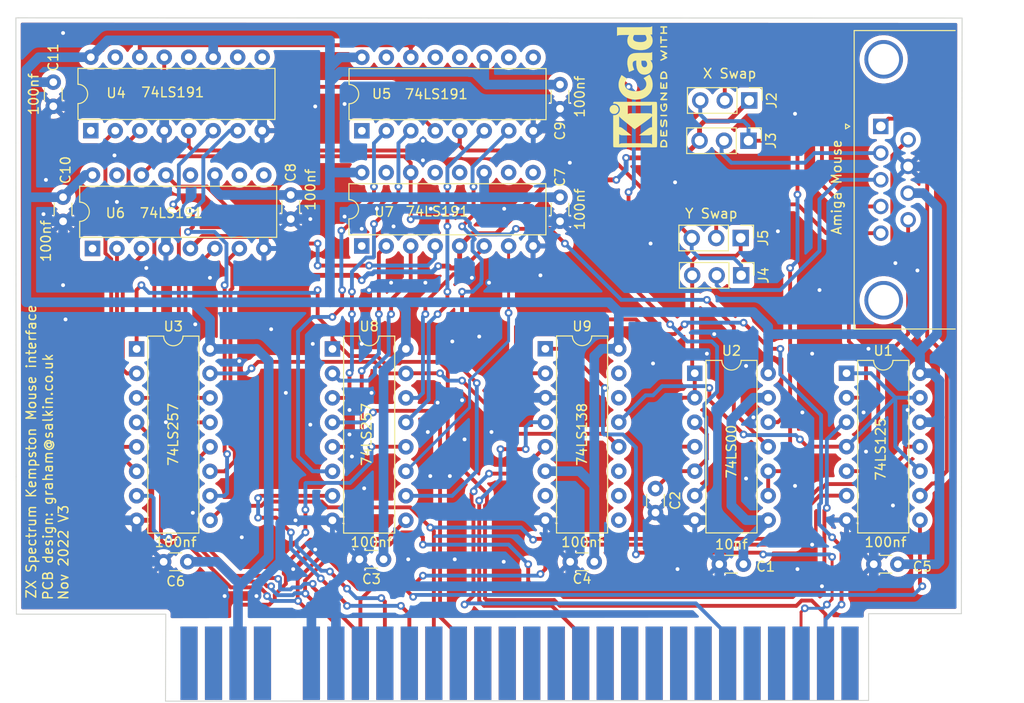
<source format=kicad_pcb>
(kicad_pcb (version 20211014) (generator pcbnew)
  (layers (0 "F.Cu" signal) (31 "B.Cu" signal) (34 "B.Paste" user) (35 "F.Paste" user) (36 "B.SilkS" user "B.Silkscreen") (37 "F.SilkS" user "F.Silkscreen") (38 "B.Mask" user) (39 "F.Mask" user) (44 "Edge.Cuts" user))
  (net 0 "")
  (net 1 "Net-(C1-Pad1)")
  (net 2 "GND")
  (net 3 "Net-(C2-Pad1)")
  (net 4 "+5V")
  (net 5 "/MB")
  (net 6 "/X1")
  (net 7 "/Y1")
  (net 8 "/X2")
  (net 9 "/Y2")
  (net 10 "/LB")
  (net 11 "/RB")
  (net 12 "/XDir")
  (net 13 "Net-(J2-Pad3)")
  (net 14 "/YDir")
  (net 15 "Net-(J4-Pad3)")
  (net 34 "Net-(J6-PadB23)")
  (net 37 "Net-(J6-PadB27)")
  (net 41 "/D7")
  (net 43 "/D0")
  (net 44 "/D1")
  (net 45 "/D2")
  (net 46 "/D6")
  (net 47 "/D5")
  (net 48 "/D3")
  (net 49 "/D4")
  (net 54 "Net-(J6-PadU17)")
  (net 63 "Net-(J6-PadU26)")
  (net 64 "Net-(J6-PadU27)")
  (net 66 "Net-(U1-Pad1)")
  (net 67 "/XClock")
  (net 68 "/YClock")
  (net 70 "Net-(U3-Pad2)")
  (net 71 "Net-(U3-Pad3)")
  (net 72 "Net-(U3-Pad5)")
  (net 73 "Net-(U3-Pad6)")
  (net 77 "Net-(U4-Pad13)")
  (net 80 "Net-(U5-Pad2)")
  (net 81 "Net-(U5-Pad3)")
  (net 82 "Net-(U5-Pad6)")
  (net 83 "Net-(U5-Pad7)")
  (net 90 "Net-(U3-Pad10)")
  (net 91 "Net-(U3-Pad11)")
  (net 92 "Net-(U3-Pad13)")
  (net 93 "Net-(U3-Pad14)")
  (net 97 "Net-(U6-Pad13)")
  (net 100 "Net-(U7-Pad2)")
  (net 101 "Net-(U7-Pad3)")
  (net 102 "Net-(U7-Pad6)")
  (net 103 "Net-(U7-Pad7)")
  (net 109 "Net-(U3-Pad15)")
  (footprint "Capacitor_THT:C_Disc_D3.0mm_W1.6mm_P2.50mm" (layer "F.Cu") (at 137.648 138.684 180)
    (fp_text reference "C3")
    (fp_text value "100nf")
  )
  (footprint "Package_DIP:DIP-16_W7.62mm" (layer "F.Cu") (at 135.382 106.172 90)
    (fp_text reference "U7")
    (fp_text value "74LS191")
  )
  (footprint "Package_DIP:DIP-16_W7.62mm" (layer "F.Cu") (at 135.397 94.224 90)
    (fp_text reference "U5")
    (fp_text value "74LS191")
  )
  (footprint "Spectrum:Speccy_edge_External" (layer "F.Cu") (at 153.024 149.4665)
    (fp_text reference "J6" hide)
    (fp_text value "Spectrum 128/Grey +2 edge connector" hide)
  )
  (footprint "Symbol:KiCad-Logo2_5mm_SilkScreen" (layer "F.Cu") (at 164.084 89.662 90)
    (fp_text reference "REF**" hide)
    (fp_text value "KiCad-Logo2_5mm_SilkScreen" hide)
  )
  (footprint "Connector_PinHeader_2.54mm:PinHeader_1x03_P2.54mm_Vertical" (layer "F.Cu") (at 175.514 95.25 -90)
    (fp_text reference "J3")
    (fp_text value "Conn_01x03_Female" hide)
  )
  (footprint "Capacitor_THT:C_Disc_D3.0mm_W1.6mm_P2.50mm" (layer "F.Cu") (at 174.986 139.192 180)
    (fp_text reference "C1")
    (fp_text value "10nf")
  )
  (footprint "Connector_Dsub:DSUB-9_Female_Horizontal_P2.77x2.84mm_EdgePinOffset4.94mm_Housed_MountingHolesOffset7.48mm" (layer "F.Cu") (at 189.237669 93.764 90)
    (fp_text reference "J1" hide)
    (fp_text value "AMIGA_MOUSE" hide)
  )
  (footprint "Connector_PinHeader_2.54mm:PinHeader_1x03_P2.54mm_Vertical" (layer "F.Cu") (at 175.589 91.075 -90)
    (fp_text reference "J2")
    (fp_text value "Conn_01x03_Female" hide)
  )
  (footprint "Package_DIP:DIP-14_W7.62mm" (layer "F.Cu") (at 185.684 119.375)
    (fp_text reference "U1")
    (fp_text value "74LS125")
  )
  (footprint "Connector_PinHeader_2.54mm:PinHeader_1x03_P2.54mm_Vertical" (layer "F.Cu") (at 174.702 105.345 -90)
    (fp_text reference "J5")
    (fp_text value "Conn_01x03_Female" hide)
  )
  (footprint "Capacitor_THT:C_Disc_D3.0mm_W1.6mm_P2.50mm" (layer "F.Cu") (at 157.012 138.938)
    (fp_text reference "C4")
    (fp_text value "100nf")
  )
  (footprint "Capacitor_THT:C_Disc_D3.0mm_W1.6mm_P2.50mm" (layer "F.Cu") (at 155.956 103.612 90)
    (fp_text reference "C7")
    (fp_text value "100nf")
  )
  (footprint "Package_DIP:DIP-16_W7.62mm" (layer "F.Cu") (at 132.344 116.855)
    (fp_text reference "U8")
    (fp_text value "74LS257")
  )
  (footprint "Package_DIP:DIP-16_W7.62mm" (layer "F.Cu") (at 154.432 116.84)
    (fp_text reference "U9")
    (fp_text value "74LS138")
  )
  (footprint "Package_DIP:DIP-14_W7.62mm" (layer "F.Cu") (at 169.936 119.375)
    (fp_text reference "U2")
    (fp_text value "74LS00")
  )
  (footprint "Capacitor_THT:C_Disc_D3.0mm_W1.6mm_P2.50mm" (layer "F.Cu") (at 128.016 103.378 90)
    (fp_text reference "C8")
    (fp_text value "100nf")
  )
  (footprint "Capacitor_THT:C_Disc_D3.0mm_W1.6mm_P2.50mm" (layer "F.Cu") (at 165.862 131.338 -90)
    (fp_text reference "C2")
    (fp_text value "10nf")
  )
  (footprint "Package_DIP:DIP-16_W7.62mm" (layer "F.Cu") (at 112.024 116.855)
    (fp_text reference "U3")
    (fp_text value "74LS257")
  )
  (footprint "Package_DIP:DIP-16_W7.62mm" (layer "F.Cu") (at 107.272 94.208 90)
    (fp_text reference "U4")
    (fp_text value "74LS191")
  )
  (footprint "Capacitor_THT:C_Disc_D3.0mm_W1.6mm_P2.50mm" (layer "F.Cu") (at 155.956 91.928 90)
    (fp_text reference "C9")
    (fp_text value "100nf")
  )
  (footprint "Package_DIP:DIP-16_W7.62mm" (layer "F.Cu") (at 107.447 106.433 90)
    (fp_text reference "U6")
    (fp_text value "74LS191")
  )
  (footprint "Capacitor_THT:C_Disc_D3.0mm_W1.6mm_P2.50mm" (layer "F.Cu") (at 104.394 103.612 90)
    (fp_text reference "C10")
    (fp_text value "100nf")
  )
  (footprint "Capacitor_THT:C_Disc_D3.0mm_W1.6mm_P2.50mm" (layer "F.Cu") (at 191.008 139.192 180)
    (fp_text reference "C5")
    (fp_text value "100nf")
  )
  (footprint "Capacitor_THT:C_Disc_D3.0mm_W1.6mm_P2.50mm" (layer "F.Cu") (at 103.378 91.674 90)
    (fp_text reference "C11")
    (fp_text value "100nf")
  )
  (footprint "Capacitor_THT:C_Disc_D3.0mm_W1.6mm_P2.50mm" (layer "F.Cu") (at 114.828 138.938)
    (fp_text reference "C6")
    (fp_text value "100nf")
  )
  (footprint "Connector_PinHeader_2.54mm:PinHeader_1x03_P2.54mm_Vertical" (layer "F.Cu") (at 174.752 109.22 -90)
    (fp_text reference "J4")
    (fp_text value "Conn_01x03_Female" hide)
  )
  (gr_line (start 187.975 153.325) (end 187.975 144.325) (layer "Edge.Cuts") (width 0.1))
  (gr_line (start 99.525 130.1) (end 99.55 144.375) (layer "Edge.Cuts") (width 0.1))
  (gr_line (start 99.775 82.5) (end 99.5 82.5) (layer "Edge.Cuts") (width 0.1))
  (gr_line (start 197.675 82.525) (end 99.775 82.5) (layer "Edge.Cuts") (width 0.1))
  (gr_line (start 197.6 144.3) (end 197.675 82.525) (layer "Edge.Cuts") (width 0.1))
  (gr_line (start 99.5 82.5) (end 99.5 95.475) (layer "Edge.Cuts") (width 0.1))
  (gr_line (start 187.975 144.325) (end 197.6 144.325) (layer "Edge.Cuts") (width 0.1))
  (gr_line (start 197.6 144.325) (end 197.6 144.3) (layer "Edge.Cuts") (width 0.1))
  (gr_line (start 99.55 144.375) (end 115.05 144.375) (layer "Edge.Cuts") (width 0.1))
  (gr_line (start 115.025 153.4) (end 187.975 153.325) (layer "Edge.Cuts") (width 0.1))
  (gr_line (start 115.05 144.375) (end 115.025 153.4) (layer "Edge.Cuts") (width 0.1))
  (gr_line (start 99.5 95.475) (end 99.525 130.1) (layer "Edge.Cuts") (width 0.1))
  (gr_text "ZX Spectrum Kempston Mouse interface" (at 101.092 127.508 90) (layer "F.SilkS") (effects (font (size 1 1))))
  (gr_text "X Swap" (at 173.557 88.281) (layer "F.SilkS") (effects (font (size 1 1))))
  (gr_text "Y Swap" (at 171.654 102.805) (layer "F.SilkS") (effects (font (size 1 1))))
  (gr_text "Amiga Mouse" (at 184.658 100.076 90) (layer "F.SilkS") (effects (font (size 1 1))))
  (gr_text "PCB design: graham@salkin.co.uk\nNov 2022 V3\n" (at 103.632 143.002 90) (layer "F.SilkS") (effects (font (size 1 1)) (justify left)))
  (segment (start 174.986 139.192) (end 174.986 137.185) (width 1) (layer "B.Cu") (net 1))
  (segment (start 173.736 124.206) (end 176.027 121.915) (width 1) (layer "B.Cu") (net 1))
  (segment (start 173.736 133.096) (end 173.736 124.206) (width 1) (layer "B.Cu") (net 1))
  (segment (start 174.986 137.185) (end 177.556 134.615) (width 1) (layer "B.Cu") (net 1))
  (segment (start 177.556 134.615) (end 175.255 134.615) (width 1) (layer "B.Cu") (net 1))
  (segment (start 175.255 134.615) (end 173.736 133.096) (width 1) (layer "B.Cu") (net 1))
  (segment (start 176.027 121.915) (end 177.556 121.915) (width 1) (layer "B.Cu") (net 1))
  (segment (start 133.35 91.694) (end 133.604 91.44) (width 1) (layer "F.Cu") (net 2))
  (segment (start 102.362 99.568) (end 102.616 99.314) (width 1) (layer "F.Cu") (net 2))
  (segment (start 124.46 142.494) (end 121.158 142.494) (width 1) (layer "F.Cu") (net 2))
  (segment (start 130.556 91.694) (end 133.35 91.694) (width 1) (layer "F.Cu") (net 2))
  (segment (start 130.048 103.378) (end 133.35 103.378) (width 1) (layer "F.Cu") (net 2))
  (segment (start 104.648 110.49) (end 104.394 110.236) (width 1) (layer "F.Cu") (net 2))
  (segment (start 104.648 113.792) (end 104.648 110.49) (width 1) (layer "F.Cu") (net 2))
  (segment (start 133.35 103.378) (end 133.604 103.124) (width 1) (layer "F.Cu") (net 2))
  (segment (start 102.362 102.87) (end 102.362 99.568) (width 1) (layer "F.Cu") (net 2))
  (via (at 134.366 128.016) (size 0.8) (drill 0.4) (layers "F.Cu" "B.Cu") (net 2))
  (via (at 150.114 138.938) (size 0.8) (drill 0.4) (layers "F.Cu" "B.Cu") (net 2))
  (via (at 118.11 114.3) (size 0.8) (drill 0.4) (layers "F.Cu" "B.Cu") (net 2))
  (via (at 165.608 118.364) (size 0.8) (drill 0.4) (layers "F.Cu" "B.Cu") (net 2))
  (via (at 102.362 102.87) (size 0.8) (drill 0.4) (layers "F.Cu" "B.Cu") (net 2))
  (via (at 146.812 109.474) (size 0.8) (drill 0.4) (layers "F.Cu" "B.Cu") (net 2))
  (via (at 143.256 122.428) (size 0.8) (drill 0.4) (layers "F.Cu" "B.Cu") (net 2))
  (via (at 109.728 96.774) (size 0.8) (drill 0.4) (layers "F.Cu" "B.Cu") (net 2))
  (via (at 175.26 118.618) (size 0.8) (drill 0.4) (layers "F.Cu" "B.Cu") (net 2))
  (via (at 182.118 137.16) (size 0.8) (drill 0.4) (layers "F.Cu" "B.Cu") (net 2))
  (via (at 134.112 125.73) (size 0.8) (drill 0.4) (layers "F.Cu" "B.Cu") (net 2))
  (via (at 171.196 117.348) (size 0.8) (drill 0.4) (layers "F.Cu" "B.Cu") (net 2))
  (via (at 130.048 103.378) (size 0.8) (drill 0.4) (layers "F.Cu" "B.Cu") (net 2))
  (via (at 187.706 127.508) (size 0.8) (drill 0.4) (layers "F.Cu" "B.Cu") (net 2))
  (via (at 148.844 125.476) (size 0.8) (drill 0.4) (layers "F.Cu" "B.Cu") (net 2))
  (via (at 190.5 133.096) (size 0.8) (drill 0.4) (layers "F.Cu" "B.Cu") (net 2))
  (via (at 156.972 97.536) (size 0.8) (drill 0.4) (layers "F.Cu" "B.Cu") (net 2))
  (via (at 134.112 123.19) (size 0.8) (drill 0.4) (layers "F.Cu" "B.Cu") (net 2))
  (via (at 135.636 131.318) (size 0.8) (drill 0.4) (layers "F.Cu" "B.Cu") (net 2))
  (via (at 128.27 139.7) (size 0.8) (drill 0.4) (layers "F.Cu" "B.Cu") (net 2))
  (via (at 144.78 116.078) (size 0.8) (drill 0.4) (layers "F.Cu" "B.Cu") (net 2))
  (via (at 180.34 131.064) (size 0.8) (drill 0.4) (layers "F.Cu" "B.Cu") (net 2))
  (via (at 144.526 130.048) (size 0.8) (drill 0.4) (layers "F.Cu" "B.Cu") (net 2))
  (via (at 146.05 126.238) (size 0.8) (drill 0.4) (layers "F.Cu" "B.Cu") (net 2))
  (via (at 102.616 99.314) (size 0.8) (drill 0.4) (layers "F.Cu" "B.Cu") (net 2))
  (via (at 181.102 123.444) (size 0.8) (drill 0.4) (layers "F.Cu" "B.Cu") (net 2))
  (via (at 104.394 84.074) (size 0.8) (drill 0.4) (layers "F.Cu" "B.Cu") (net 2))
  (via (at 187.96 116.84) (size 0.8) (drill 0.4) (layers "F.Cu" "B.Cu") (net 2))
  (via (at 167.894 99.568) (size 0.8) (drill 0.4) (layers "F.Cu" "B.Cu") (net 2))
  (via (at 138.684 104.14) (size 0.8) (drill 0.4) (layers "F.Cu" "B.Cu") (net 2))
  (via (at 142.494 130.048) (size 0.8) (drill 0.4) (layers "F.Cu" "B.Cu") (net 2))
  (via (at 130.048 124.714) (size 0.8) (drill 0.4) (layers "F.Cu" "B.Cu") (net 2))
  (via (at 115.062 124.46) (size 0.8) (drill 0.4) (layers "F.Cu" "B.Cu") (net 2))
  (via (at 141.732 97.282) (size 0.8) (drill 0.4) (layers "F.Cu" "B.Cu") (net 2))
  (via (at 130.556 137.668) (size 0.8) (drill 0.4) (layers "F.Cu" "B.Cu") (net 2))
  (via (at 140.208 138.684) (size 0.8) (drill 0.4) (layers "F.Cu" "B.Cu") (net 2))
  (via (at 145.034 138.684) (size 0.8) (drill 0.4) (layers "F.Cu" "B.Cu") (net 2))
  (via (at 175.26 130.302) (size 0.8) (drill 0.4) (layers "F.Cu" "B.Cu") (net 2))
  (via (at 141.732 95.25) (size 0.8) (drill 0.4) (layers "F.Cu" "B.Cu") (net 2))
  (via (at 122.682 118.11) (size 0.8) (drill 0.4) (layers "F.Cu" "B.Cu") (net 2))
  (via (at 109.982 101.6) (size 0.8) (drill 0.4) (layers "F.Cu" "B.Cu") (net 2))
  (via (at 145.33848 102.31152) (size 0.8) (drill 0.4) (layers "F.Cu" "B.Cu") (net 2))
  (via (at 127.508 121.412) (size 0.8) (drill 0.4) (layers "F.Cu" "B.Cu") (net 2))
  (via (at 142.24 125.476) (size 0.8) (drill 0.4) (layers "F.Cu" "B.Cu") (net 2))
  (via (at 180.594 139.7) (size 0.8) (drill 0.4) (layers "F.Cu" "B.Cu") (net 2))
  (via (at 135.382 104.394) (size 0.8) (drill 0.4) (layers "F.Cu" "B.Cu") (net 2))
  (via (at 122.936 136.398) (size 0.8) (drill 0.4) (layers "F.Cu" "B.Cu") (net 2))
  (via (at 145.796 122.174) (size 0.8) (drill 0.4) (layers "F.Cu" "B.Cu") (net 2))
  (via (at 119.634 109.474) (size 0.8) (drill 0.4) (layers "F.Cu" "B.Cu") (net 2))
  (via (at 192.024 123.19) (size 0.8) (drill 0.4) (layers "F.Cu" "B.Cu") (net 2))
  (via (at 142.54448 102.31152) (size 0.8) (drill 0.4) (layers "F.Cu" "B.Cu") (net 2))
  (via (at 171.958 115.316) (size 0.8) (drill 0.4) (layers "F.Cu" "B.Cu") (net 2))
  (via (at 150.16448 102.31152) (size 0.8) (drill 0.4) (layers "F.Cu" "B.Cu") (net 2))
  (via (at 133.604 91.44) (size 0.8) (drill 0.4) (layers "F.Cu" "B.Cu") (net 2))
  (via (at 178.562 104.648) (size 0.8) (drill 0.4) (layers "F.Cu" "B.Cu") (net 2))
  (via (at 136.398 121.412) (size 0.8) (drill 0.4) (layers "F.Cu" "B.Cu") (net 2))
  (via (at 136.144 110.744) (size 0.8) (drill 0.4) (layers "F.Cu" "B.Cu") (net 2))
  (via (at 130.302 116.332) (size 0.8) (drill 0.4) (layers "F.Cu" "B.Cu") (net 2))
  (via (at 147.574 115.57) (size 0.8) (drill 0.4) (layers "F.Cu" "B.Cu") (net 2))
  (via (at 128.509 134.635) (size 0.8) (drill 0.4) (layers "F.Cu" "B.Cu") (net 2))
  (via (at 176.022 123.952) (size 0.8) (drill 0.4) (layers "F.Cu" "B.Cu") (net 2))
  (via (at 190.754 107.95) (size 0.8) (drill 0.4) (layers "F.Cu" "B.Cu") (net 2))
  (via (at 125.984 114.808) (size 0.8) (drill 0.4) (layers "F.Cu" "B.Cu") (net 2))
  (via (at 182.88 110.744) (size 0.8) (drill 0.4) (layers "F.Cu" "B.Cu") (net 2))
  (via (at 124.46 142.494) (size 0.8) (drill 0.4) (layers "F.Cu" "B.Cu") (net 2))
  (via (at 117.856 133.858) (size 0.8) (drill 0.4) (layers "F.Cu" "B.Cu") (net 2))
  (via (at 133.604 103.124) (size 0.8) (drill 0.4) (layers "F.Cu" "B.Cu") (net 2))
  (via (at 113.03 108.458) (size 0.8) (drill 0.4) (layers "F.Cu" "B.Cu") (net 2))
  (via (at 180.34 92.456) (size 0.8) (drill 0.4) (layers "F.Cu" "B.Cu") (net 2))
  (via (at 121.158 142.494) (size 0.8) (drill 0.4) (layers "F.Cu" "B.Cu") (net 2))
  (via (at 135.382 116.332) (size 0.8) (drill 0.4) (layers "F.Cu" "B.Cu") (net 2))
  (via (at 182.118 117.348) (size 0.8) (drill 0.4) (layers "F.Cu" "B.Cu") (net 2))
  (via (at 153.924 109.22) (size 0.8) (drill 0.4) (layers "F.Cu" "B.Cu") (net 2))
  (via (at 136.95648 102.31152) (size 0.8) (drill 0.4) (layers "F.Cu" "B.Cu") (net 2))
  (via (at 183.134 141.478) (size 0.8) (drill 0.4) (layers "F.Cu" "B.Cu") (net 2))
  (via (at 104.394 110.236) (size 0.8) (drill 0.4) (layers "F.Cu" "B.Cu") (net 2))
  (via (at 193.04 108.712) (size 0.8) (drill 0.4) (layers "F.Cu" "B.Cu") (net 2))
  (via (at 130.556 91.694) (size 0.8) (drill 0.4) (layers "F.Cu" "B.Cu") (net 2))
  (via (at 138.43 109.982) (size 0.8) (drill 0.4) (layers "F.Cu" "B.Cu") (net 2))
  (via (at 187.452 123.444) (size 0.8) (drill 0.4) (layers "F.Cu" "B.Cu") (net 2))
  (via (at 168.148 139.7) (size 0.8) (drill 0.4) (layers "F.Cu" "B.Cu") (net 2))
  (via (at 141.986 109.982) (size 0.8) (drill 0.4) (layers "F.Cu" "B.Cu") (net 2))
  (via (at 148.59 109.982) (size 0.8) (drill 0.4) (layers "F.Cu" "B.Cu") (net 2))
  (via (at 104.648 113.792) (size 0.8) (drill 0.4) (layers "F.Cu" "B.Cu") (net 2))
  (via (at 165.354 105.918) (size 0.8) (drill 0.4) (layers "F.Cu" "B.Cu") (net 2))
  (segment (start 158.77 103.612) (end 159.258 103.124) (width 1) (layer "B.Cu") (net 2))
  (segment (start 195.072 97.282) (end 194.435 97.919) (width 1) (layer "B.Cu") (net 2))
  (segment (start 104.648 134.112) (end 104.648 113.792) (width 1) (layer "B.Cu") (net 2))
  (segment (start 115.042 91.674) (end 123.932 91.674) (width 1) (layer "B.Cu") (net 2))
  (segment (start 132.704 143.372) (end 131.582 142.25) (width 1) (layer "B.Cu") (net 2))
  (segment (start 104.394 110.236) (end 104.394 103.612) (width 1) (layer "B.Cu") (net 2))
  (segment (start 114.808 139.954) (end 114.808 138.958) (width 1) (layer "B.Cu") (net 2))
  (segment (start 159.258 103.124) (end 159.258 95.23) (width 1) (layer "B.Cu") (net 2))
  (segment (start 188.508 139.192) (end 188.508 137.439) (width 1) (layer "B.Cu") (net 2))
  (segment (start 153.162 104.648) (end 154.198 103.612) (width 1) (layer "B.Cu") (net 2))
  (segment (start 125.052 92.794) (end 125.052 94.208) (width 1) (layer "B.Cu") (net 2))
  (segment (start 127.239 134.635) (end 128.509 134.635) (width 1) (layer "B.Cu") (net 2))
  (segment (start 126.92952 134.94448) (end 127.239 134.635) (width 1) (layer "B.Cu") (net 2))
  (segment (start 103.378 91.674) (end 115.042 91.674) (width 1) (layer "B.Cu") (net 2))
  (segment (start 187.96 90.678) (end 193.802 90.678) (width 1) (layer "B.Cu") (net 2))
  (segment (start 112.024 137.932) (end 112.024 134.635) (width 1) (layer "B.Cu") (net 2))
  (segment (start 172.486 141.458) (end 172.486 139.192) (width 1) (layer "B.Cu") (net 2))
  (segment (start 152.908 134.62) (end 150.876 132.588) (width 1) (layer "B.Cu") (net 2))
  (segment (start 154.198 103.612) (end 155.956 103.612) (width 1) (layer "B.Cu") (net 2))
  (segment (start 195.072 91.948) (end 195.072 97.282) (width 1) (layer "B.Cu") (net 2))
  (segment (start 134.092 91.928) (end 155.956 91.928) (width 1) (layer "B.Cu") (net 2))
  (segment (start 114.026 103.612) (end 115.067 104.653) (width 1) (layer "B.Cu") (net 2))
  (segment (start 123.932 91.674) (end 130.536 91.674) (width 1) (layer "B.Cu") (net 2))
  (segment (start 194.435 97.919) (end 192.077669 97.919) (width 1) (layer "B.Cu") (net 2))
  (segment (start 172.486 139.192) (end 172.486 135.656) (width 1) (layer "B.Cu") (net 2))
  (segment (start 154.432 134.62) (end 152.908 134.62) (width 1) (layer "B.Cu") (net 2))
  (segment (start 112.024 134.635) (end 105.171 134.635) (width 1) (layer "B.Cu") (net 2))
  (segment (start 155.956 91.928) (end 158.516 91.928) (width 1) (layer "B.Cu") (net 2))
  (segment (start 157.012 138.938) (end 157.012 137.2) (width 1) (layer "B.Cu") (net 2))
  (segment (start 124.46 142.494) (end 124.46 141.396378) (width 1) (layer "B.Cu") (net 2))
  (segment (start 104.394 103.612) (end 103.104 103.612) (width 1) (layer "B.Cu") (net 2))
  (segment (start 170.2 141.478) (end 172.466 141.478) (width 1) (layer "B.Cu") (net 2))
  (segment (start 182.626 85.344) (end 187.96 90.678) (width 1) (layer "B.Cu") (net 2))
  (segment (start 130.536 91.674) (end 130.556 91.694) (width 1) (layer "B.Cu") (net 2))
  (segment (start 136.95648 102.31152) (end 142.54448 102.31152) (width 1) (layer "B.Cu") (net 2))
  (segment (start 183.134 141.478) (end 188.468 141.478) (width 1) (layer "B.Cu") (net 2))
  (segment (start 193.802 90.678) (end 195.072 91.948) (width 1) (layer "B.Cu") (net 2))
  (segment (start 114.892 91.824) (end 115.042 91.674) (width 1) (layer "B.Cu") (net 2))
  (segment (start 155.194 141.478) (end 157.012 141.478) (width 1) (layer "B.Cu") (net 2))
  (segment (start 128.016 103.378) (end 130.048 103.378) (width 1) (layer "B.Cu") (net 2))
  (segment (start 123.932 91.674) (end 125.052 92.794) (width 1) (layer "B.Cu") (net 2))
  (segment (start 188.508 137.439) (end 185.684 134.615) (width 1) (layer "B.Cu") (net 2))
  (segment (start 115.067 104.653) (end 115.067 106.433) (width 1) (layer "B.Cu") (net 2))
  (segment (start 166.639 134.615) (end 165.862 133.838) (width 1) (layer "B.Cu") (net 2))
  (segment (start 104.394 103.612) (end 114.026 103.612) (width 1) (layer "B.Cu") (net 2))
  (segment (start 102.616 92.436) (end 103.378 91.674) (width 1) (layer "B.Cu") (net 2))
  (segment (start 188.468 141.478) (end 188.508 141.438) (width 1) (layer "B.Cu") (net 2))
  (segment (start 150.876 132.588) (end 150.876 123.444) (width 1) (layer "B.Cu") (net 2))
  (segment (start 170.2 141.478) (end 183.134 141.478) (width 1) (layer "B.Cu") (net 2))
  (segment (start 172.466 141.478) (end 172.486 141.458) (width 1) (layer "B.Cu") (net 2))
  (segment (start 121.158 142.494) (end 117.348 142.494) (width 1) (layer "B.Cu") (net 2))
  (segment (start 165.1 85.344) (end 182.626 85.344) (width 1) (layer "B.Cu") (net 2))
  (segment (start 142.54448 102.31152) (end 145.33848 102.31152) (width 1) (layer "B.Cu") (net 2))
  (segment (start 152.89752 102.31152) (end 154.198 103.612) (width 1) (layer "B.Cu") (net 2))
  (segment (start 130.164 143.668) (end 131.582 142.25) (width 1) (layer "B.Cu") (net 2))
  (segment (start 153.177 94.224) (end 153.66 94.224) (width 1) (layer "B.Cu") (net 2))
  (segment (start 158.516 91.928) (end 165.1 85.344) (width 1) (layer "B.Cu") (net 2))
  (segment (start 134.41648 102.31152) (end 136.95648 102.31152) (width 1) (layer "B.Cu") (net 2))
  (segment (start 128.509 134.635) (end 132.344 134.635) (width 1) (layer "B.Cu") (net 2))
  (segment (start 171.445 134.615) (end 169.936 134.615) (width 1) (layer "B.Cu") (net 2))
  (segment (start 153.162 106.172) (end 153.162 104.648) (width 1) (layer "B.Cu") (net 2))
  (segment (start 124.46 141.396378) (end 126.92952 138.926858) (width 1) (layer "B.Cu") (net 2))
  (segment (start 114.808 138.958) (end 114.828 138.938) (width 1) (layer "B.Cu") (net 2))
  (segment (start 103.104 103.612) (end 102.362 102.87) (width 1) (layer "B.Cu") (net 2))
  (segment (start 105.171 134.635) (end 104.648 134.112) (width 1) (layer "B.Cu") (net 2))
  (segment (start 152.4 121.92) (end 154.432 121.92) (width 1) (layer "B.Cu") (net 2))
  (segment (start 135.148 137.439) (end 132.344 134.635) (width 1) (layer "B.Cu") (net 2))
  (segment (start 132.704 149.4665) (end 132.704 143.372) (width 1) (layer "B.Cu") (net 2))
  (segment (start 114.026 103.612) (end 123.932 103.612) (width 1) (layer "B.Cu") (net 2))
  (segment (start 123.932 103.612) (end 125.227 104.907) (width 1) (layer "B.Cu") (net 2))
  (segment (start 135.148 140.482) (end 136.144 141.478) (width 1) (layer "B.Cu") (net 2))
  (segment (start 114.828 138.938) (end 113.03 138.938) (width 1) (layer "B.Cu") (net 2))
  (segment (start 169.936 134.615) (end 166.639 134.615) (width 1) (layer "B.Cu") (net 2))
  (segment (start 136.144 141.478) (end 155.194 141.478) (width 1) (layer "B.Cu") (net 2))
  (segment (start 155.194 141.478) (end 170.2 141.478) (width 1) (layer "B.Cu") (net 2))
  (segment (start 131.582 142.25) (end 135.148 138.684) (width 1) (layer "B.Cu") (net 2))
  (segment (start 172.486 135.656) (end 171.445 134.615) (width 1) (layer "B.Cu") (net 2))
  (segment (start 150.16448 102.31152) (end 152.89752 102.31152) (width 1) (layer "B.Cu") (net 2))
  (segment (start 113.03 138.938) (end 112.024 137.932) (width 1) (layer "B.Cu") (net 2))
  (segment (start 150.876 123.444) (end 152.4 121.92) (width 1) (layer "B.Cu") (net 2))
  (segment (start 145.33848 102.31152) (end 150.16448 102.31152) (width 1) (layer "B.Cu") (net 2))
  (segment (start 114.892 94.208) (end 114.892 91.824) (width 1) (layer "B.Cu") (net 2))
  (segment (start 128.016 103.378) (end 124.166 103.378) (width 1) (layer "B.Cu") (net 2))
  (segment (start 130.164 149.4665) (end 130.164 143.668) (width 1) (layer "B.Cu") (net 2))
  (segment (start 126.92952 138.926858) (end 126.92952 134.94448) (width 1) (layer "B.Cu") (net 2))
  (segment (start 155.956 103.612) (end 158.77 103.612) (width 1) (layer "B.Cu") (net 2))
  (segment (start 153.66 94.224) (end 155.956 91.928) (width 1) (layer "B.Cu") (net 2))
  (segment (start 102.616 99.314) (end 102.616 92.436) (width 1) (layer "B.Cu") (net 2))
  (segment (start 159.258 95.23) (end 155.956 91.928) (width 1) (layer "B.Cu") (net 2))
  (segment (start 117.348 142.494) (end 114.808 139.954) (width 1) (layer "B.Cu") (net 2))
  (segment (start 188.508 141.438) (end 188.508 139.192) (width 1) (layer "B.Cu") (net 2))
  (segment (start 135.148 138.684) (end 135.148 137.439) (width 1) (layer "B.Cu") (net 2))
  (segment (start 133.604 91.44) (end 134.092 91.928) (width 1) (layer "B.Cu") (net 2))
  (segment (start 157.012 141.478) (end 157.012 138.938) (width 1) (layer "B.Cu") (net 2))
  (segment (start 125.227 104.907) (end 125.227 106.433) (width 1) (layer "B.Cu") (net 2))
  (segment (start 157.012 137.2) (end 154.432 134.62) (width 1) (layer "B.Cu") (net 2))
  (segment (start 133.604 103.124) (end 134.41648 102.31152) (width 1) (layer "B.Cu") (net 2))
  (segment (start 124.166 103.378) (end 123.932 103.612) (width 1) (layer "B.Cu") (net 2))
  (segment (start 135.148 138.684) (end 135.148 140.482) (width 1) (layer "B.Cu") (net 2))
  (segment (start 171.196 125.715) (end 171.196 128.275) (width 0.4) (layer "F.Cu") (net 3))
  (segment (start 171.196 128.275) (end 169.936 129.535) (width 0.4) (layer "F.Cu") (net 3))
  (segment (start 169.936 124.455) (end 171.196 125.715) (width 0.4) (layer "F.Cu") (net 3))
  (segment (start 167.665 129.535) (end 165.862 131.338) (width 0.4) (layer "F.Cu") (net 3))
  (segment (start 169.936 129.535) (end 167.665 129.535) (width 0.4) (layer "F.Cu") (net 3))
  (segment (start 132.08 87.63) (end 133.106 86.604) (width 1) (layer "B.Cu") (net 4))
  (segment (start 159.512 138.938) (end 159.512 131.064) (width 1) (layer "B.Cu") (net 4))
  (segment (start 148.082 98.552) (end 148.082 101.092) (width 1) (layer "B.Cu") (net 4))
  (segment (start 137.648 119.171) (end 139.964 116.855) (width 1) (layer "B.Cu") (net 4))
  (segment (start 195.072 139.192) (end 191.008 139.192) (width 1) (layer "B.Cu") (net 4))
  (segment (start 128.016 100.878) (end 120.69 100.878) (width 1) (layer "B.Cu") (net 4))
  (segment (start 159.512 117.602) (end 160.274 116.84) (width 1) (layer "B.Cu") (net 4))
  (segment (start 124.46 116.84) (end 124.445 116.855) (width 1) (layer "B.Cu") (net 4))
  (segment (start 125.73 138.43) (end 125.73 118.11) (width 1) (layer "B.Cu") (net 4))
  (segment (start 195.326 120.142) (end 195.326 123.952) (width 1) (layer "B.Cu") (net 4))
  (segment (start 120.69 100.878) (end 120.147 100.335) (width 1) (layer "B.Cu") (net 4))
  (segment (start 148.097 89.169) (end 148.356 89.428) (width 1) (layer "B.Cu") (net 4))
  (segment (start 100.818 101.112) (end 100.584 101.346) (width 1) (layer "B.Cu") (net 4))
  (segment (start 159.512 131.064) (end 157.988 129.54) (width 1) (layer "B.Cu") (net 4))
  (segment (start 122.544 141.616) (end 122.809 141.351) (width 1) (layer "B.Cu") (net 4))
  (segment (start 101.88 86.588) (end 107.272 86.588) (width 1) (layer "B.Cu") (net 4))
  (segment (start 161.036 112.014) (end 162.052 113.03) (width 1) (layer "B.Cu") (net 4))
  (segment (start 191.018 115.326) (end 177.556 115.326) (width 1) (layer "B.Cu") (net 4))
  (segment (start 195.072 102.108) (end 193.653 100.689) (width 1) (layer "B.Cu") (net 4))
  (segment (start 119.972 84.836) (end 119.972 86.588) (width 1) (layer "B.Cu") (net 4))
  (segment (start 139.192 112.014) (end 161.036 112.014) (width 1) (layer "B.Cu") (net 4))
  (segment (start 122.809 141.351) (end 125.73 138.43) (width 1) (layer "B.Cu") (net 4))
  (segment (start 117.856 112.014) (end 132.08 112.014) (width 1) (layer "B.Cu") (net 4))
  (segment (start 177.556 115.326) (end 177.556 119.375) (width 1) (layer "B.Cu") (net 4))
  (segment (start 122.544 149.4665) (end 122.544 141.616) (width 1) (layer "B.Cu") (net 4))
  (segment (start 137.648 138.684) (end 137.648 119.171) (width 1) (layer "B.Cu") (net 4))
  (segment (start 135.382 98.552) (end 132.334 98.552) (width 1) (layer "B.Cu") (net 4))
  (segment (start 193.304 117.612) (end 191.018 115.326) (width 1) (layer "B.Cu") (net 4))
  (segment (start 195.326 138.938) (end 195.072 139.192) (width 1) (layer "B.Cu") (net 4))
  (segment (start 162.052 113.03) (end 176.022 113.03) (width 1) (layer "B.Cu") (net 4))
  (segment (start 139.192 112.014) (end 139.964 112.786) (width 1) (layer "B.Cu") (net 4))
  (segment (start 117.856 112.014) (end 100.584 112.014) (width 1) (layer "B.Cu") (net 4))
  (segment (start 194.823 124.455) (end 193.304 124.455) (width 1) (layer "B.Cu") (net 4))
  (segment (start 147.066 88.138) (end 146.604815 88.138) (width 1) (layer "B.Cu") (net 4))
  (segment (start 109.024 84.836) (end 107.272 86.588) (width 1) (layer "B.Cu") (net 4))
  (segment (start 133.106 86.604) (end 135.397 86.604) (width 1) (layer "B.Cu") (net 4))
  (segment (start 193.304 119.375) (end 194.559 119.375) (width 1) (layer "B.Cu") (net 4))
  (segment (start 120.147 100.335) (end 120.147 98.813) (width 1) (layer "B.Cu") (net 4))
  (segment (start 100.604 89.174) (end 100.584 89.154) (width 1) (layer "B.Cu") (net 4))
  (segment (start 195.326 123.952) (end 195.326 138.938) (width 1) (layer "B.Cu") (net 4))
  (segment (start 119.644 113.802) (end 117.856 112.014) (width 1) (layer "B.Cu") (net 4))
  (segment (start 107.447 98.813) (end 106.693 98.813) (width 1) (layer "B.Cu") (net 4))
  (segment (start 100.584 101.346) (end 100.584 89.154) (width 1) (layer "B.Cu") (net 4))
  (segment (start 132.08 112.014) (end 139.192 112.014) (width 1) (layer "B.Cu") (net 4))
  (segment (start 132.334 98.552) (end 132.08 98.298) (width 1) (layer "B.Cu") (net 4))
  (segment (start 160.274 116.84) (end 162.052 116.84) (width 1) (layer "B.Cu") (net 4))
  (segment (start 132.08 84.836) (end 119.972 84.836) (width 1) (layer "B.Cu") (net 4))
  (segment (start 146.604815 88.138) (end 146.570326 88.103511) (width 1) (layer "B.Cu") (net 4))
  (segment (start 132.08 100.33) (end 132.08 98.298) (width 1) (layer "B.Cu") (net 4))
  (segment (start 148.082 101.092) (end 148.102 101.112) (width 1) (layer "B.Cu") (net 4))
  (segment (start 157.988 129.54) (end 154.432 129.54) (width 1) (layer "B.Cu") (net 4))
  (segment (start 132.08 112.014) (end 132.08 101.092) (width 1) (layer "B.Cu") (net 4))
  (segment (start 132.08 98.298) (end 132.08 89.154) (width 1) (layer "B.Cu") (net 4))
  (segment (start 162.052 113.03) (end 162.052 116.84) (width 1) (layer "B.Cu") (net 4))
  (segment (start 119.888 84.836) (end 109.024 84.836) (width 1) (layer "B.Cu") (net 4))
  (segment (start 104.394 101.112) (end 100.818 101.112) (width 1) (layer "B.Cu") (net 4))
  (segment (start 159.512 138.938) (end 159.512 117.602) (width 1) (layer "B.Cu") (net 4))
  (segment (start 119.644 116.855) (end 119.644 113.802) (width 1) (layer "B.Cu") (net 4))
  (segment (start 193.653 100.689) (end 192.077669 100.689) (width 1) (layer "B.Cu") (net 4))
  (segment (start 100.584 112.014) (end 100.584 101.346) (width 1) (layer "B.Cu") (net 4))
  (segment (start 193.304 119.375) (end 193.304 117.612) (width 1) (layer "B.Cu") (net 4))
  (segment (start 132.08 101.092) (end 132.08 100.33) (width 1) (layer "B.Cu") (net 4))
  (segment (start 132.08 100.33) (end 131.532 100.878) (width 1) (layer "B.Cu") (net 4))
  (segment (start 120.396 138.938) (end 122.809 141.351) (width 1) (layer "B.Cu") (net 4))
  (segment (start 155.956 89.428) (end 148.356 89.428) (width 1) (layer "B.Cu") (net 4))
  (segment (start 106.693 98.813) (end 104.394 101.112) (width 1) (layer "B.Cu") (net 4))
  (segment (start 139.964 112.786) (end 139.964 116.855) (width 1) (layer "B.Cu") (net 4))
  (segment (start 148.097 86.604) (end 148.097 89.169) (width 1) (layer "B.Cu") (net 4))
  (segment (start 103.378 89.174) (end 100.604 89.174) (width 1) (layer "B.Cu") (net 4))
  (segment (start 100.584 89.154) (end 100.584 87.884) (width 1) (layer "B.Cu") (net 4))
  (segment (start 193.304 117.084) (end 195.072 115.316) (width 1) (layer "B.Cu") (net 4))
  (segment (start 132.08 87.63) (end 132.08 84.836) (width 1) (layer "B.Cu") (net 4))
  (segment (start 195.326 123.952) (end 194.823 124.455) (width 1) (layer "B.Cu") (net 4))
  (segment (start 148.102 101.112) (end 132.1 101.112) (width 1) (layer "B.Cu") (net 4))
  (segment (start 117.328 138.938) (end 120.396 138.938) (width 1) (layer "B.Cu") (net 4))
  (segment (start 146.570326 88.103511) (end 133.130489 88.103511) (width 1) (layer "B.Cu") (net 4))
  (segment (start 194.559 119.375) (end 195.326 120.142) (width 1) (layer "B.Cu") (net 4))
  (segment (start 148.356 89.428) (end 147.066 88.138) (width 1) (layer "B.Cu") (net 4))
  (segment (start 155.956 101.112) (end 148.102 101.112) (width 1) (layer "B.Cu") (net 4))
  (segment (start 125.73 118.11) (end 124.46 116.84) (width 1) (layer "B.Cu") (net 4))
  (segment (start 195.072 115.316) (end 195.072 102.108) (width 1) (layer "B.Cu") (net 4))
  (segment (start 177.556 114.564) (end 177.556 115.326) (width 1) (layer "B.Cu") (net 4))
  (segment (start 131.532 100.878) (end 128.016 100.878) (width 1) (layer "B.Cu") (net 4))
  (segment (start 124.445 116.855) (end 119.644 116.855) (width 1) (layer "B.Cu") (net 4))
  (segment (start 132.08 89.154) (end 132.08 87.63) (width 1) (layer "B.Cu") (net 4))
  (segment (start 193.304 119.375) (end 193.304 117.084) (width 1) (layer "B.Cu") (net 4))
  (segment (start 132.1 101.112) (end 132.08 101.092) (width 1) (layer "B.Cu") (net 4))
  (segment (start 176.022 113.03) (end 177.556 114.564) (width 1) (layer "B.Cu") (net 4))
  (segment (start 133.130489 88.103511) (end 132.08 89.154) (width 1) (layer "B.Cu") (net 4))
  (segment (start 100.584 87.884) (end 101.88 86.588) (width 1) (layer "B.Cu") (net 4))
  (segment (start 194.818 130.81) (end 194.569 130.81) (width 0.4) (layer "F.Cu") (net 5))
  (segment (start 194.056 115.57) (end 196.088 117.602) (width 0.4) (layer "F.Cu") (net 5))
  (segment (start 194.569 130.81) (end 193.304 132.075) (width 0.4) (layer "F.Cu") (net 5))
  (segment (start 196.088 129.54) (end 194.818 130.81) (width 0.4) (layer "F.Cu") (net 5))
  (segment (start 194.056 93.98) (end 194.056 115.57) (width 0.4) (layer "F.Cu") (net 5))
  (segment (start 189.237669 93.764) (end 190.037669 92.964) (width 0.4) (layer "F.Cu") (net 5))
  (segment (start 190.037669 92.964) (end 193.04 92.964) (width 0.4) (layer "F.Cu") (net 5))
  (segment (start 196.088 117.602) (end 196.088 129.54) (width 0.4) (layer "F.Cu") (net 5))
  (segment (start 193.04 92.964) (end 194.056 93.98) (width 0.4) (layer "F.Cu") (net 5))
  (segment (start 172.72 95.504) (end 172.974 95.25) (width 0.4) (layer "B.Cu") (net 6))
  (segment (start 173.736 97.536) (end 172.72 96.52) (width 0.4) (layer "B.Cu") (net 6))
  (segment (start 172.72 96.52) (end 172.72 95.504) (width 0.4) (layer "B.Cu") (net 6))
  (segment (start 182.358 96.534) (end 181.356 97.536) (width 0.4) (layer "B.Cu") (net 6))
  (segment (start 189.237669 96.534) (end 182.358 96.534) (width 0.4) (layer "B.Cu") (net 6))
  (segment (start 181.356 97.536) (end 173.736 97.536) (width 0.4) (layer "B.Cu") (net 6))
  (segment (start 178.816 110.744) (end 182.88 106.68) (width 0.4) (layer "B.Cu") (net 7))
  (segment (start 182.88 106.68) (end 182.88 101.346) (width 0.4) (layer "B.Cu") (net 7))
  (segment (start 182.88 101.346) (end 184.922 99.304) (width 0.4) (layer "B.Cu") (net 7))
  (segment (start 172.212 109.22) (end 172.212 110.236) (width 0.4) (layer "B.Cu") (net 7))
  (segment (start 184.922 99.304) (end 189.237669 99.304) (width 0.4) (layer "B.Cu") (net 7))
  (segment (start 172.212 110.236) (end 172.72 110.744) (width 0.4) (layer "B.Cu") (net 7))
  (segment (start 172.72 110.744) (end 178.816 110.744) (width 0.4) (layer "B.Cu") (net 7))
  (segment (start 179.832 87.63) (end 183.134 90.932) (width 0.4) (layer "F.Cu") (net 8))
  (segment (start 173.99 87.63) (end 179.832 87.63) (width 0.4) (layer "F.Cu") (net 8))
  (segment (start 172.974 88.646) (end 173.99 87.63) (width 0.4) (layer "F.Cu") (net 8))
  (segment (start 183.134 99.822) (end 185.386 102.074) (width 0.4) (layer "F.Cu") (net 8))
  (segment (start 183.134 90.932) (end 183.134 99.822) (width 0.4) (layer "F.Cu") (net 8))
  (segment (start 173.049 88.721) (end 172.974 88.646) (width 0.4) (layer "F.Cu") (net 8))
  (segment (start 185.386 102.074) (end 189.237669 102.074) (width 0.4) (layer "F.Cu") (net 8))
  (segment (start 173.049 91.075) (end 173.049 88.721) (width 0.4) (layer "F.Cu") (net 8))
  (segment (start 172.162 103.428) (end 172.162 105.345) (width 0.4) (layer "F.Cu") (net 9))
  (segment (start 183.584 104.844) (end 180.594 101.854) (width 0.4) (layer "F.Cu") (net 9))
  (segment (start 173.736 101.854) (end 172.162 103.428) (width 0.4) (layer "F.Cu") (net 9))
  (segment (start 189.237669 104.844) (end 183.584 104.844) (width 0.4) (layer "F.Cu") (net 9))
  (segment (start 180.594 101.854) (end 173.736 101.854) (width 0.4) (layer "F.Cu") (net 9))
  (segment (start 188.976 118.364) (end 188.976 128.778) (width 0.4) (layer "F.Cu") (net 10))
  (segment (start 188.976 128.778) (end 188.219 129.535) (width 0.4) (layer "F.Cu") (net 10))
  (segment (start 192.077669 115.262331) (end 188.976 118.364) (width 0.4) (layer "F.Cu") (net 10))
  (segment (start 192.077669 103.459) (end 192.077669 115.262331) (width 0.4) (layer "F.Cu") (net 10))
  (segment (start 188.219 129.535) (end 185.684 129.535) (width 0.4) (layer "F.Cu") (net 10))
  (segment (start 187.706 121.666) (end 187.452 121.92) (width 0.4) (layer "F.Cu") (net 11))
  (segment (start 192.077669 95.149) (end 190.43718 96.789489) (width 0.4) (layer "F.Cu") (net 11))
  (segment (start 185.928 110.744) (end 185.928 116.078) (width 0.4) (layer "F.Cu") (net 11))
  (segment (start 187.452 121.92) (end 187.447 121.915) (width 0.4) (layer "F.Cu") (net 11))
  (segment (start 190.43718 96.789489) (end 190.43718 106.23482) (width 0.4) (layer "F.Cu") (net 11))
  (segment (start 185.928 116.078) (end 187.706 117.856) (width 0.4) (layer "F.Cu") (net 11))
  (segment (start 187.706 117.856) (end 187.706 121.666) (width 0.4) (layer "F.Cu") (net 11))
  (segment (start 190.43718 106.23482) (end 185.928 110.744) (width 0.4) (layer "F.Cu") (net 11))
  (segment (start 187.447 121.915) (end 185.684 121.915) (width 0.4) (layer "F.Cu") (net 11))
  (segment (start 118.856511 105.183489) (end 126.265489 105.183489) (width 0.5) (layer "F.Cu") (net 12))
  (segment (start 173.446 93.218) (end 175.589 91.075) (width 0.5) (layer "F.Cu") (net 12))
  (segment (start 117.607 106.433) (end 118.856511 105.183489) (width 0.5) (layer "F.Cu") (net 12))
  (segment (start 170.434 95.25) (end 168.656 97.028) (width 0.5) (layer "F.Cu") (net 12))
  (segment (start 129.286 109.22) (end 128.016 107.95) (width 0.5) (layer "F.Cu") (net 12))
  (segment (start 146.812 104.902) (end 145.542 106.172) (width 0.5) (layer "F.Cu") (net 12))
  (segment (start 170.434 93.726) (end 170.942 93.218) (width 0.5) (layer "F.Cu") (net 12))
  (segment (start 135.382 109.728) (end 134.874 109.22) (width 0.5) (layer "F.Cu") (net 12))
  (segment (start 144.623441 108.458) (end 145.034 108.458) (width 0.5) (layer "F.Cu") (net 12))
  (segment (start 154.94 99.314) (end 149.352 104.902) (width 0.5) (layer "F.Cu") (net 12))
  (segment (start 144.426773 108.261332) (end 144.623441 108.458) (width 0.5) (layer "F.Cu") (net 12))
  (segment (start 170.942 93.218) (end 173.446 93.218) (width 0.5) (layer "F.Cu") (net 12))
  (segment (start 145.034 108.458) (end 145.542 107.95) (width 0.5) (layer "F.Cu") (net 12))
  (segment (start 168.656 97.028) (end 162.814 97.028) (width 0.5) (layer "F.Cu") (net 12))
  (segment (start 170.434 95.25) (end 170.434 93.726) (width 0.5) (layer "F.Cu") (net 12))
  (segment (start 126.265489 105.183489) (end 128.016 106.934) (width 0.5) (layer "F.Cu") (net 12))
  (segment (start 161.798 99.314) (end 154.94 99.314) (width 0.5) (layer "F.Cu") (net 12))
  (segment (start 145.542 107.95) (end 145.542 106.172) (width 0.5) (layer "F.Cu") (net 12))
  (segment (start 134.874 109.22) (end 129.286 109.22) (width 0.5) (layer "F.Cu") (net 12))
  (segment (start 149.352 104.902) (end 146.812 104.902) (width 0.5) (layer "F.Cu") (net 12))
  (segment (start 143.313332 108.261332) (end 144.426773 108.261332) (width 0.5) (layer "F.Cu") (net 12))
  (segment (start 128.016 107.95) (end 128.016 106.934) (width 0.5) (layer "F.Cu") (net 12))
  (via (at 135.382 109.728) (size 0.8) (drill 0.4) (layers "F.Cu" "B.Cu") (net 12))
  (via (at 162.814 97.028) (size 0.8) (drill 0.4) (layers "F.Cu" "B.Cu") (net 12))
  (via (at 143.313332 108.261332) (size 0.8) (drill 0.4) (layers "F.Cu" "B.Cu") (net 12))
  (via (at 161.798 99.314) (size 0.8) (drill 0.4) (layers "F.Cu" "B.Cu") (net 12))
  (segment (start 136.695871 108.85352) (end 136.49588 109.053511) (width 0.5) (layer "B.Cu") (net 12))
  (segment (start 143.313332 108.261332) (end 142.721144 108.85352) (width 0.5) (layer "B.Cu") (net 12))
  (segment (start 162.814 98.298) (end 161.798 99.314) (width 0.5) (layer "B.Cu") (net 12))
  (segment (start 162.814 97.028) (end 162.814 98.298) (width 0.5) (layer "B.Cu") (net 12))
  (segment (start 136.49588 109.053511) (end 136.056489 109.053511) (width 0.5) (layer "B.Cu") (net 12))
  (segment (start 142.721144 108.85352) (end 136.695871 108.85352) (width 0.5) (layer "B.Cu") (net 12))
  (segment (start 136.056489 109.053511) (end 135.382 109.728) (width 0.5) (layer "B.Cu") (net 12))
  (segment (start 179.832 123.19) (end 178.567 124.455) (width 0.4) (layer "F.Cu") (net 13))
  (segment (start 180.594 100.838) (end 180.594 96.266) (width 0.4) (layer "F.Cu") (net 13))
  (segment (start 179.075 129.535) (end 179.832 128.778) (width 0.4) (layer "F.Cu") (net 13))
  (segment (start 179.578 95.25) (end 175.514 95.25) (width 0.4) (layer "F.Cu") (net 13))
  (segment (start 178.567 124.455) (end 177.556 124.455) (width 0.4) (layer "F.Cu") (net 13))
  (segment (start 180.594 96.266) (end 179.578 95.25) (width 0.4) (layer "F.Cu") (net 13))
  (segment (start 179.832 108.458) (end 179.832 123.19) (width 0.4) (layer "F.Cu") (net 13))
  (segment (start 177.556 132.075) (end 177.556 129.535) (width 0.4) (layer "F.Cu") (net 13))
  (segment (start 179.832 128.778) (end 179.832 123.19) (width 0.4) (layer "F.Cu") (net 13))
  (segment (start 177.556 129.535) (end 179.075 129.535) (width 0.4) (layer "F.Cu") (net 13))
  (via (at 179.832 108.458) (size 0.8) (drill 0.4) (layers "F.Cu" "B.Cu") (net 13))
  (via (at 180.594 100.838) (size 0.8) (drill 0.4) (layers "F.Cu" "B.Cu") (net 13))
  (segment (start 175.514 93.726) (end 175.006 93.218) (width 0.4) (layer "B.Cu") (net 13))
  (segment (start 180.594 100.838) (end 180.594 107.696) (width 0.4) (layer "B.Cu") (net 13))
  (segment (start 170.942 92.964) (end 170.509 92.531) (width 0.4) (layer "B.Cu") (net 13))
  (segment (start 175.006 93.218) (end 171.196 93.218) (width 0.4) (layer "B.Cu") (net 13))
  (segment (start 180.594 107.696) (end 179.832 108.458) (width 0.4) (layer "B.Cu") (net 13))
  (segment (start 170.509 92.531) (end 170.509 91.075) (width 0.4) (layer "B.Cu") (net 13))
  (segment (start 171.196 93.218) (end 170.942 92.964) (width 0.4) (layer "B.Cu") (net 13))
  (segment (start 175.514 95.25) (end 175.514 93.726) (width 0.4) (layer "B.Cu") (net 13))
  (segment (start 117.432 95.674) (end 117.432 94.208) (width 0.4) (layer "F.Cu") (net 14))
  (segment (start 145.557 95.489) (end 144.78 96.266) (width 0.4) (layer "F.Cu") (net 14))
  (segment (start 117.856 96.266) (end 117.348 95.758) (width 0.4) (layer "F.Cu") (net 14))
  (segment (start 145.557 94.224) (end 145.557 95.489) (width 0.4) (layer "F.Cu") (net 14))
  (segment (start 146.05 96.266) (end 160.543 96.266) (width 0.4) (layer "F.Cu") (net 14))
  (segment (start 145.557 95.773) (end 146.05 96.266) (width 0.4) (layer "F.Cu") (net 14))
  (segment (start 117.348 95.758) (end 117.432 95.674) (width 0.4) (layer "F.Cu") (net 14))
  (segment (start 160.543 96.266) (end 169.622 105.345) (width 0.4) (layer "F.Cu") (net 14))
  (segment (start 145.557 94.224) (end 145.557 95.773) (width 0.4) (layer "F.Cu") (net 14))
  (segment (start 144.78 96.266) (end 117.856 96.266) (width 0.4) (layer "F.Cu") (net 14))
  (segment (start 170.434 107.442) (end 169.622 106.63) (width 0.4) (layer "B.Cu") (net 14))
  (segment (start 174.752 108.204) (end 173.99 107.442) (width 0.4) (layer "B.Cu") (net 14))
  (segment (start 173.99 107.442) (end 170.434 107.442) (width 0.4) (layer "B.Cu") (net 14))
  (segment (start 169.622 106.63) (end 169.622 105.345) (width 0.4) (layer "B.Cu") (net 14))
  (segment (start 174.752 109.22) (end 174.752 108.204) (width 0.4) (layer "B.Cu") (net 14))
  (segment (start 169.672 107.696) (end 170.18 107.188) (width 0.4) (layer "F.Cu") (net 15))
  (segment (start 169.672 109.22) (end 169.672 119.111) (width 0.4) (layer "F.Cu") (net 15))
  (segment (start 174.702 106.73) (end 174.702 105.345) (width 0.4) (layer "F.Cu") (net 15))
  (segment (start 170.18 107.188) (end 174.244 107.188) (width 0.4) (layer "F.Cu") (net 15))
  (segment (start 169.936 121.915) (end 168.661 121.915) (width 0.4) (layer "F.Cu") (net 15))
  (segment (start 167.635 126.995) (end 169.936 126.995) (width 0.4) (layer "F.Cu") (net 15))
  (segment (start 169.672 109.22) (end 169.672 107.696) (width 0.4) (layer "F.Cu") (net 15))
  (segment (start 167.386 126.746) (end 167.635 126.995) (width 0.4) (layer "F.Cu") (net 15))
  (segment (start 168.661 121.915) (end 167.386 123.19) (width 0.4) (layer "F.Cu") (net 15))
  (segment (start 167.386 123.19) (end 167.386 126.746) (width 0.4) (layer "F.Cu") (net 15))
  (segment (start 174.244 107.188) (end 174.702 106.73) (width 0.4) (layer "F.Cu") (net 15))
  (segment (start 169.672 119.111) (end 169.936 119.375) (width 0.4) (layer "F.Cu") (net 15))
  (segment (start 169.936 119.375) (end 169.936 121.915) (width 0.4) (layer "F.Cu") (net 15))
  (segment (start 146.97448 142.45252) (end 146.97448 133.11916) (width 0.4) (layer "F.Cu") (net 34))
  (segment (start 146.05 143.377) (end 146.97448 142.45252) (width 0.4) (layer "F.Cu") (net 34))
  (segment (start 146.774489 132.919169) (end 146.774489 131.863511) (width 0.4) (layer "F.Cu") (net 34))
  (segment (start 152.654 128.778) (end 154.432 127) (width 0.4) (layer "F.Cu") (net 34))
  (segment (start 151.384 129.794) (end 152.4 128.778) (width 0.4) (layer "F.Cu") (net 34))
  (segment (start 148.59 129.794) (end 151.384 129.794) (width 0.4) (layer "F.Cu") (net 34))
  (segment (start 152.4 128.778) (end 152.654 128.778) (width 0.4) (layer "F.Cu") (net 34))
  (segment (start 146.774489 131.863511) (end 147.008668 131.629332) (width 0.4) (layer "F.Cu") (net 34))
  (segment (start 146.97448 133.11916) (end 146.774489 132.919169) (width 0.4) (layer "F.Cu") (net 34))
  (via (at 147.008668 131.629332) (size 0.8) (drill 0.4) (layers "F.Cu" "B.Cu") (net 34))
  (via (at 148.59 129.794) (size 0.8) (drill 0.4) (layers "F.Cu" "B.Cu") (net 34))
  (via (at 146.05 143.377) (size 0.8) (drill 0.4) (layers "F.Cu" "B.Cu") (net 34))
  (segment (start 173.344 146.5465) (end 170.0535 143.256) (width 0.4) (layer "B.Cu") (net 34))
  (segment (start 147.008668 131.629332) (end 147.008668 131.375332) (width 0.4) (layer "B.Cu") (net 34))
  (segment (start 170.0535 143.256) (end 146.05 143.256) (width 0.4) (layer "B.Cu") (net 34))
  (segment (start 146.05 143.256) (end 146.05 143.377) (width 0.4) (layer "B.Cu") (net 34))
  (segment (start 173.344 149.4665) (end 173.344 146.5465) (width 0.4) (layer "B.Cu") (net 34))
  (segment (start 147.008668 131.375332) (end 148.59 129.794) (width 0.4) (layer "B.Cu") (net 34))
  (segment (start 165.354 115.316) (end 163.83 113.792) (width 0.4) (layer "F.Cu") (net 37))
  (segment (start 185.166 137.3765) (end 184.1875 136.398) (width 0.4) (layer "F.Cu") (net 37))
  (segment (start 151.384 114.554) (end 151.384 118.618) (width 0.4) (layer "F.Cu") (net 37))
  (segment (start 152.146 119.38) (end 154.432 119.38) (width 0.4) (layer "F.Cu") (net 37))
  (segment (start 168.8725 114.3) (end 167.8565 115.316) (width 0.4) (layer "F.Cu") (net 37))
  (segment (start 177.7165 116.84) (end 175.006 114.1295) (width 0.4) (layer "F.Cu") (net 37))
  (segment (start 163.83 113.792) (end 152.146 113.792) (width 0.4) (layer "F.Cu") (net 37))
  (segment (start 152.146 113.792) (end 151.384 114.554) (width 0.4) (layer "F.Cu") (net 37))
  (segment (start 167.8565 115.316) (end 165.354 115.316) (width 0.4) (layer "F.Cu") (net 37))
  (segment (start 185.166 143.377) (end 185.166 137.3765) (width 0.4) (layer "F.Cu") (net 37))
  (segment (start 178.816 116.84) (end 177.7165 116.84) (width 0.4) (layer "F.Cu") (net 37))
  (segment (start 151.384 118.618) (end 152.146 119.38) (width 0.4) (layer "F.Cu") (net 37))
  (via (at 185.166 143.377) (size 0.8) (drill 0.4) (layers "F.Cu" "B.Cu") (net 37))
  (via (at 168.8725 114.3) (size 0.8) (drill 0.4) (layers "F.Cu" "B.Cu") (net 37))
  (via (at 178.816 116.84) (size 0.8) (drill 0.4) (layers "F.Cu" "B.Cu") (net 37))
  (via (at 175.006 114.1295) (size 0.8) (drill 0.4) (layers "F.Cu" "B.Cu") (net 37))
  (via (at 184.1875 136.398) (size 0.8) (drill 0.4) (layers "F.Cu" "B.Cu") (net 37))
  (segment (start 183.504 144.918) (end 183.642 144.78) (width 0.4) (layer "B.Cu") (net 37))
  (segment (start 182.842489 135.052989) (end 182.842489 133.018831) (width 0.4) (layer "B.Cu") (net 37))
  (segment (start 178.816 119.49468) (end 178.816 116.84) (width 0.4) (layer "B.Cu") (net 37))
  (segment (start 182.842489 133.018831) (end 183.04248 132.81884) (width 0.4) (layer "B.Cu") (net 37))
  (segment (start 183.504 149.4665) (end 183.504 144.918) (width 0.4) (layer "B.Cu") (net 37))
  (segment (start 175.006 114.1295) (end 169.043 114.1295) (width 0.4) (layer "B.Cu") (net 37))
  (segment (start 183.04248 123.72116) (end 178.816 119.49468) (width 0.4) (layer "B.Cu") (net 37))
  (segment (start 185.045 143.377) (end 185.166 143.377) (width 0.4) (layer "B.Cu") (net 37))
  (segment (start 183.04248 132.81884) (end 183.04248 123.72116) (width 0.4) (layer "B.Cu") (net 37))
  (segment (start 184.1875 136.398) (end 182.842489 135.052989) (width 0.4) (layer "B.Cu") (net 37))
  (segment (start 169.043 114.1295) (end 168.8725 114.3) (width 0.4) (layer "B.Cu") (net 37))
  (segment (start 183.642 144.78) (end 185.045 143.377) (width 0.4) (layer "B.Cu") (net 37))
  (segment (start 127.296383 139.403617) (end 130.048 136.652) (width 0.4) (layer "F.Cu") (net 41))
  (segment (start 126.359011 142.825169) (end 126.359011 142.372989) (width 0.4) (layer "F.Cu") (net 41))
  (segment (start 131.99415 136.652) (end 132.085671 136.56048) (width 0.4) (layer "F.Cu") (net 41))
  (segment (start 122.936 143.39352) (end 125.79066 143.39352) (width 0.4) (layer "F.Cu") (net 41))
  (segment (start 132.085671 136.56048) (end 138.03852 136.56048) (width 0.4) (layer "F.Cu") (net 41))
  (segment (start 127.296383 140.165616) (end 127.296383 139.403617) (width 0.4) (layer "F.Cu") (net 41))
  (segment (start 122.544 143.78552) (end 122.936 143.39352) (width 0.4) (layer "F.Cu") (net 41))
  (segment (start 125.79066 143.39352) (end 126.359011 142.825169) (width 0.4) (layer "F.Cu") (net 41))
  (segment (start 138.03852 136.56048) (end 139.964 134.635) (width 0.4) (layer "F.Cu") (net 41))
  (segment (start 127.507952 141.224048) (end 127.507952 140.377185) (width 0.4) (layer "F.Cu") (net 41))
  (segment (start 127.507952 140.377185) (end 127.296383 140.165616) (width 0.4) (layer "F.Cu") (net 41))
  (segment (start 130.048 136.652) (end 131.99415 136.652) (width 0.4) (layer "F.Cu") (net 41))
  (segment (start 122.544 149.4665) (end 122.544 143.78552) (width 0.4) (layer "F.Cu") (net 41))
  (segment (start 126.359011 142.372989) (end 127.507952 141.224048) (width 0.4) (layer "F.Cu") (net 41))
  (segment (start 121.78248 141.59448) (end 117.14802 136.96002) (width 0.4) (layer "F.Cu") (net 43))
  (segment (start 125.5595 142.494) (end 125.478113 142.412613) (width 0.4) (layer "F.Cu") (net 43))
  (segment (start 152.654 140.97) (end 152.908 141.224) (width 0.4) (layer "F.Cu") (net 43))
  (segment (start 130.164 149.4665) (end 130.164 144.388) (width 0.4) (layer "F.Cu") (net 43))
  (segment (start 125.478113 142.24) (end 124.832593 141.59448) (width 0.4) (layer "F.Cu") (net 43))
  (segment (start 152.908 141.224) (end 181.61 141.224) (width 0.4) (layer "F.Cu") (net 43))
  (segment (start 124.832593 141.59448) (end 121.78248 141.59448) (width 0.4) (layer "F.Cu") (net 43))
  (segment (start 128.778 143.002) (end 128.740489 142.964489) (width 0.4) (layer "F.Cu") (net 43))
  (segment (start 138.28685 137.16) (end 139.55685 135.89) (width 0.4) (layer "F.Cu") (net 43))
  (segment (start 125.478113 142.412613) (end 125.478113 142.24) (width 0.4) (layer "F.Cu") (net 43))
  (segment (start 114.554 127.005) (end 112.024 124.475) (width 0.4) (layer "F.Cu") (net 43))
  (segment (start 128.740489 140.753511) (end 132.334 137.16) (width 0.4) (layer "F.Cu") (net 43))
  (segment (start 141.732 136.398) (end 141.732 137.16) (width 0.4) (layer "F.Cu") (net 43))
  (segment (start 115.88466 136.96002) (end 115.684669 137.160011) (width 0.4) (layer "F.Cu") (net 43))
  (segment (start 183.388 139.446) (end 183.388 137.16) (width 0.4) (layer "F.Cu") (net 43))
  (segment (start 117.14802 136.96002) (end 115.88466 136.96002) (width 0.4) (layer "F.Cu") (net 43))
  (segment (start 132.334 137.16) (end 138.28685 137.16) (width 0.4) (layer "F.Cu") (net 43))
  (segment (start 183.388 137.16) (end 183.388 133.604) (width 0.4) (layer "F.Cu") (net 43))
  (segment (start 114.554 136.69168) (end 114.554 127.005) (width 0.4) (layer "F.Cu") (net 43))
  (segment (start 128.740489 142.964489) (end 128.740489 140.753511) (width 0.4) (layer "F.Cu") (net 43))
  (segment (start 115.022331 137.160011) (end 114.554 136.69168) (width 0.4) (layer "F.Cu") (net 43))
  (segment (start 115.684669 137.160011) (end 115.022331 137.160011) (width 0.4) (layer "F.Cu") (net 43))
  (segment (start 181.61 141.224) (end 183.388 139.446) (width 0.4) (layer "F.Cu") (net 43))
  (segment (start 141.224 135.89) (end 141.732 136.398) (width 0.4) (layer "F.Cu") (net 43))
  (segment (start 139.55685 135.89) (end 141.224 135.89) (width 0.4) (layer "F.Cu") (net 43))
  (segment (start 152.654 139.192) (end 152.654 140.97) (width 0.4) (layer "F.Cu") (net 43))
  (segment (start 183.388 133.604) (end 183.642 133.35) (width 0.4) (layer "F.Cu") (net 43))
  (segment (start 130.164 144.388) (end 128.778 143.002) (width 0.4) (layer "F.Cu") (net 43))
  (via (at 152.654 139.192) (size 0.8) (drill 0.4) (layers "F.Cu" "B.Cu") (net 43))
  (via (at 141.732 137.16) (size 0.8) (drill 0.4) (layers "F.Cu" "B.Cu") (net 43))
  (via (at 128.778 143.002) (size 0.8) (drill 0.4) (layers "F.Cu" "B.Cu") (net 43))
  (via (at 183.642 133.35) (size 0.8) (drill 0.4) (layers "F.Cu" "B.Cu") (net 43))
  (via (at 125.5595 142.494) (size 0.8) (drill 0.4) (layers "F.Cu" "B.Cu") (net 43))
  (segment (start 141.732 137.16) (end 150.622 137.16) (width 0.4) (layer "B.Cu") (net 43))
  (segment (start 183.642 133.35) (end 183.642 126.238) (width 0.4) (layer "B.Cu") (net 43))
  (segment (start 125.5595 142.494) (end 126.0675 143.002) (width 0.4) (layer "B.Cu") (net 43))
  (segment (start 126.0675 143.002) (end 128.778 143.002) (width 0.4) (layer "B.Cu") (net 43))
  (segment (start 185.425 124.455) (end 185.684 124.455) (width 0.4) (layer "B.Cu") (net 43))
  (segment (start 150.622 137.16) (end 152.654 139.192) (width 0.4) (layer "B.Cu") (net 43))
  (segment (start 183.642 126.238) (end 185.425 124.455) (width 0.4) (layer "B.Cu") (net 43))
  (segment (start 180.34 137.16) (end 181.61 135.89) (width 0.4) (layer "F.Cu") (net 44))
  (segment (start 131.71132 138.684) (end 129.502489 140.892831) (width 0.4) (layer "F.Cu") (net 44))
  (segment (start 139.86248 140.37048) (end 136.91167 140.37048) (width 0.4) (layer "F.Cu") (net 44))
  (segment (start 122.03081 140.99496) (end 117.39635 136.3605) (width 0.4) (layer "F.Cu") (net 44))
  (segment (start 154.432 137.414) (end 154.686 137.16) (width 0.4) (layer "F.Cu") (net 44))
  (segment (start 117.39635 136.3605) (end 115.3535 136.3605) (width 0.4) (layer "F.Cu") (net 44))
  (segment (start 125.080922 140.99496) (end 122.03081 140.99496) (width 0.4) (layer "F.Cu") (net 44))
  (segment (start 154.432 139.7) (end 154.432 137.414) (width 0.4) (layer "F.Cu") (net 44))
  (segment (start 153.924 140.208) (end 154.432 139.7) (width 0.4) (layer "F.Cu") (net 44))
  (segment (start 140.8865 141.224) (end 140.716 141.224) (width 0.4) (layer "F.Cu") (net 44))
  (segment (start 136.91167 140.37048) (end 135.55015 141.732) (width 0.4) (layer "F.Cu") (net 44))
  (segment (start 132.704 149.4665) (end 132.704 145.404) (width 0.4) (layer "F.Cu") (net 44))
  (segment (start 125.563962 141.478) (end 125.080922 140.99496) (width 0.4) (layer "F.Cu") (net 44))
  (segment (start 154.686 137.16) (end 180.34 137.16) (width 0.4) (layer "F.Cu") (net 44))
  (segment (start 131.94068 138.684) (end 131.71132 138.684) (width 0.4) (layer "F.Cu") (net 44))
  (segment (start 125.984 141.478) (end 125.563962 141.478) (width 0.4) (layer "F.Cu") (net 44))
  (segment (start 141.732 140.3785) (end 140.8865 141.224) (width 0.4) (layer "F.Cu") (net 44))
  (segment (start 181.61 133.35) (end 182.885 132.075) (width 0.4) (layer "F.Cu") (net 44))
  (segment (start 132.704 145.404) (end 129.54 142.24) (width 0.4) (layer "F.Cu") (net 44))
  (segment (start 140.716 141.224) (end 139.86248 140.37048) (width 0.4) (layer "F.Cu") (net 44))
  (segment (start 181.61 135.89) (end 181.61 133.35) (width 0.4) (layer "F.Cu") (net 44))
  (segment (start 129.502489 140.892831) (end 129.502489 142.202489) (width 0.4) (layer "F.Cu") (net 44))
  (segment (start 182.885 132.075) (end 185.684 132.075) (width 0.4) (layer "F.Cu") (net 44))
  (segment (start 134.98868 141.732) (end 131.94068 138.684) (width 0.4) (layer "F.Cu") (net 44))
  (segment (start 129.502489 142.202489) (end 129.54 142.24) (width 0.4) (layer "F.Cu") (net 44))
  (segment (start 135.55015 141.732) (end 134.98868 141.732) (width 0.4) (layer "F.Cu") (net 44))
  (via (at 153.924 140.208) (size 0.8) (drill 0.4) (layers "F.Cu" "B.Cu") (net 44))
  (via (at 125.984 141.478) (size 0.8) (drill 0.4) (layers "F.Cu" "B.Cu") (net 44))
  (via (at 115.3535 136.3605) (size 0.8) (drill 0.4) (layers "F.Cu" "B.Cu") (net 44))
  (via (at 129.54 142.24) (size 0.8) (drill 0.4) (layers "F.Cu" "B.Cu") (net 44))
  (via (at 141.732 140.3785) (size 0.8) (drill 0.4) (layers "F.Cu" "B.Cu") (net 44))
  (segment (start 125.984 141.478) (end 125.984 141.732) (width 0.4) (layer "B.Cu") (net 44))
  (segment (start 113.553 132.095) (end 112.024 132.095) (width 0.4) (layer "B.Cu") (net 44))
  (segment (start 113.792 132.334) (end 113.553 132.095) (width 0.4) (layer "B.Cu") (net 44))
  (segment (start 129.502489 142.202489) (end 129.54 142.24) (width 0.4) (layer "B.Cu") (net 44))
  (segment (start 141.732 140.3785) (end 153.7535 140.3785) (width 0.4) (layer "B.Cu") (net 44))
  (segment (start 128.446831 142.202489) (end 129.502489 142.202489) (width 0.4) (layer "B.Cu") (net 44))
  (segment (start 115.3535 136.3605) (end 114.5165 136.3605) (width 0.4) (layer "B.Cu") (net 44))
  (segment (start 153.7535 140.3785) (end 153.924 140.208) (width 0.4) (layer "B.Cu") (net 44))
  (segment (start 128.24684 142.40248) (end 128.446831 142.202489) (width 0.4) (layer "B.Cu") (net 44))
  (segment (start 114.5165 136.3605) (end 113.792 135.636) (width 0.4) (layer "B.Cu") (net 44))
  (segment (start 113.792 135.636) (end 113.792 132.334) (width 0.4) (layer "B.Cu") (net 44))
  (segment (start 126.65448 142.40248) (end 128.24684 142.40248) (width 0.4) (layer "B.Cu") (net 44))
  (segment (start 125.984 141.732) (end 126.65448 142.40248) (width 0.4) (layer "B.Cu") (net 44))
  (segment (start 193.304 141.234) (end 193.304 134.615) (width 0.4) (layer "F.Cu") (net 45))
  (segment (start 135.244 142.886) (end 137.16 140.97) (width 0.4) (layer "F.Cu") (net 45))
  (segment (start 117.348 128.27) (end 118.389 128.27) (width 0.4) (layer "F.Cu") (net 45))
  (segment (start 117.14802 135.76098) (end 116.84 135.45296) (width 0.4) (layer "F.Cu") (net 45))
  (segment (start 126.630237 140.63015) (end 125.563961 140.63015) (width 0.4) (layer "F.Cu") (net 45))
  (segment (start 137.16 140.97) (end 139.1085 140.97) (width 0.4) (layer "F.Cu") (net 45))
  (segment (start 118.389 128.27) (end 119.644 127.015) (width 0.4) (layer "F.Cu") (net 45))
  (segment (start 116.84 128.778) (end 117.348 128.27) (width 0.4) (layer "F.Cu") (net 45))
  (segment (start 135.244 149.4665) (end 135.244 146.507478) (width 0.4) (layer "F.Cu") (net 45))
  (segment (start 135.244 149.4665) (end 135.244 142.886) (width 0.4) (layer "F.Cu") (net 45))
  (segment (start 193.548 141.478) (end 193.304 141.234) (width 0.4) (layer "F.Cu") (net 45))
  (segment (start 139.1085 140.97) (end 140.716 142.5775) (width 0.4) (layer "F.Cu") (net 45))
  (segment (start 125.329251 140.39544) (end 122.27914 140.39544) (width 0.4) (layer "F.Cu") (net 45))
  (segment (start 130.302 141.565478) (end 130.302 141.224) (width 0.4) (layer "F.Cu") (net 45))
  (segment (start 135.244 146.507478) (end 130.302 141.565478) (width 0.4) (layer "F.Cu") (net 45))
  (segment (start 116.84 135.45296) (end 116.84 128.778) (width 0.4) (layer "F.Cu") (net 45))
  (segment (start 125.563961 140.63015) (end 125.329251 140.39544) (width 0.4) (layer "F.Cu") (net 45))
  (segment (start 126.708441 140.708354) (end 126.630237 140.63015) (width 0.4) (layer "F.Cu") (net 45))
  (segment (start 122.27914 140.39544) (end 117.64468 135.76098) (width 0.4) (layer "F.Cu") (net 45))
  (segment (start 117.64468 135.76098) (end 117.14802 135.76098) (width 0.4) (layer "F.Cu") (net 45))
  (via (at 130.302 141.224) (size 0.8) (drill 0.4) (layers "F.Cu" "B.Cu") (net 45))
  (via (at 126.708441 140.708354) (size 0.8) (drill 0.4) (layers "F.Cu" "B.Cu") (net 45))
  (via (at 193.548 141.478) (size 0.8) (drill 0.4) (layers "F.Cu" "B.Cu") (net 45))
  (via (at 140.716 142.5775) (size 0.8) (drill 0.4) (layers "F.Cu" "B.Cu") (net 45))
  (segment (start 129.046351 141.602969) (end 129.42532 141.224) (width 0.4) (layer "B.Cu") (net 45))
  (segment (start 192.64848 142.37752) (end 193.548 141.478) (width 0.4) (layer "B.Cu") (net 45))
  (segment (start 128.198502 141.602969) (end 129.046351 141.602969) (width 0.4) (layer "B.Cu") (net 45))
  (segment (start 126.90281 140.902723) (end 126.90281 141.80296) (width 0.4) (layer "B.Cu") (net 45))
  (segment (start 140.91598 142.37752) (end 192.64848 142.37752) (width 0.4) (layer "B.Cu") (net 45))
  (segment (start 127.99851 141.80296) (end 128.198502 141.602969) (width 0.4) (layer "B.Cu") (net 45))
  (segment (start 140.716 142.5775) (end 140.91598 142.37752) (width 0.4) (layer "B.Cu") (net 45))
  (segment (start 129.42532 141.224) (end 130.302 141.224) (width 0.4) (layer "B.Cu") (net 45))
  (segment (start 126.90281 141.80296) (end 127.99851 141.80296) (width 0.4) (layer "B.Cu") (net 45))
  (segment (start 126.708441 140.708354) (end 126.90281 140.902723) (width 0.4) (layer "B.Cu") (net 45))
  (segment (start 133.858 141.732) (end 132.08 139.954) (width 0.4) (layer "F.Cu") (net 46))
  (segment (start 139.949 127) (end 139.964 127.015) (width 0.4) (layer "F.Cu") (net 46))
  (segment (start 136.398 127) (end 139.949 127) (width 0.4) (layer "F.Cu") (net 46))
  (segment (start 129.54 135.89) (end 129.54 133.5355) (width 0.4) (layer "F.Cu") (net 46))
  (segment (start 137.784 149.4665) (end 137.784 143.0805) (width 0.4) (layer "F.Cu") (net 46))
  (segment (start 137.784 143.0805) (end 137.414 142.7105) (width 0.4) (layer "F.Cu") (net 46))
  (via (at 133.858 141.732) (size 0.8) (drill 0.4) (layers "F.Cu" "B.Cu") (net 46))
  (via (at 136.398 127) (size 0.8) (drill 0.4) (layers "F.Cu" "B.Cu") (net 46))
  (via (at 137.414 142.7105) (size 0.8) (drill 0.4) (layers "F.Cu" "B.Cu") (net 46))
  (via (at 132.08 139.954) (size 0.8) (drill 0.4) (layers "F.Cu" "B.Cu") (net 46))
  (via (at 129.54 133.5355) (size 0.8) (drill 0.4) (layers "F.Cu" "B.Cu") (net 46))
  (via (at 129.54 135.89) (size 0.8) (drill 0.4) (layers "F.Cu" "B.Cu") (net 46))
  (segment (start 137.414 142.7105) (end 134.8365 142.7105) (width 0.4) (layer "B.Cu") (net 46))
  (segment (start 128.62854 136.80146) (end 129.54 135.89) (width 0.4) (layer "B.Cu") (net 46))
  (segment (start 131.996065 139.870065) (end 131.181975 139.870065) (width 0.4) (layer "B.Cu") (net 46))
  (segment (start 131.181975 139.870065) (end 128.62854 137.31663) (width 0.4) (layer "B.Cu") (net 46))
  (segment (start 136.398 128.524) (end 136.398 127) (width 0.4) (layer "B.Cu") (net 46))
  (segment (start 129.595489 130.754511) (end 134.167489 130.754511) (width 0.4) (layer "B.Cu") (net 46))
  (segment (start 129.54 130.81) (end 129.595489 130.754511) (width 0.4) (layer "B.Cu") (net 46))
  (segment (start 136.144 128.778) (end 136.398 128.524) (width 0.4) (layer "B.Cu") (net 46))
  (segment (start 129.54 133.5355) (end 129.54 130.81) (width 0.4) (layer "B.Cu") (net 46))
  (segment (start 134.167489 130.754511) (end 136.144 128.778) (width 0.4) (layer "B.Cu") (net 46))
  (segment (start 134.8365 142.7105) (end 133.858 141.732) (width 0.4) (layer "B.Cu") (net 46))
  (segment (start 132.08 139.954) (end 131.996065 139.870065) (width 0.4) (layer "B.Cu") (net 46))
  (segment (start 128.62854 137.31663) (end 128.62854 136.80146) (width 0.4) (layer "B.Cu") (net 46))
  (segment (start 128.02902 135.89) (end 126.50502 134.366) (width 0.4) (layer "F.Cu") (net 47))
  (segment (start 124.8695 132.095) (end 132.344 132.095) (width 0.4) (layer "F.Cu") (net 47))
  (segment (start 133.858 143.39394) (end 131.133636 140.669576) (width 0.4) (layer "F.Cu") (net 47))
  (segment (start 140.324 144.388) (end 139.446 143.51) (width 0.4) (layer "F.Cu") (net 47))
  (segment (start 133.858 143.51) (end 133.858 143.39394) (width 0.4) (layer "F.Cu") (net 47))
  (segment (start 126.50502 134.366) (end 124.6305 134.366) (width 0.4) (layer "F.Cu") (net 47))
  (segment (start 124.6305 132.334) (end 124.8695 132.095) (width 0.4) (layer "F.Cu") (net 47))
  (segment (start 140.324 149.4665) (end 140.324 144.388) (width 0.4) (layer "F.Cu") (net 47))
  (via (at 124.6305 134.366) (size 0.8) (drill 0.4) (layers "F.Cu" "B.Cu") (net 47))
  (via (at 139.446 143.51) (size 0.8) (drill 0.4) (layers "F.Cu" "B.Cu") (net 47))
  (via (at 133.858 143.51) (size 0.8) (drill 0.4) (layers "F.Cu" "B.Cu") (net 47))
  (via (at 128.02902 135.89) (size 0.8) (drill 0.4) (layers "F.Cu" "B.Cu") (net 47))
  (via (at 131.133636 140.669576) (size 0.8) (drill 0.4) (layers "F.Cu" "B.Cu") (net 47))
  (via (at 124.6305 132.334) (size 0.8) (drill 0.4) (layers "F.Cu" "B.Cu") (net 47))
  (segment (start 128.02902 137.56496) (end 128.02902 135.89) (width 0.4) (layer "B.Cu") (net 47))
  (segment (start 131.133636 140.669576) (end 128.02902 137.56496) (width 0.4) (layer "B.Cu") (net 47))
  (segment (start 133.858 143.51) (end 139.446 143.51) (width 0.4) (layer "B.Cu") (net 47))
  (segment (start 124.6305 134.366) (end 124.6305 132.334) (width 0.4) (layer "B.Cu") (net 47))
  (segment (start 188.656511 130.875489) (end 191.77 127.762) (width 0.4) (layer "F.Cu") (net 48))
  (segment (start 182.79415 131.318) (end 183.134 131.318) (width 0.4) (layer "F.Cu") (net 48))
  (segment (start 153.25352 136.56048) (end 180.09167 136.56048) (width 0.4) (layer "F.Cu") (net 48))
  (segment (start 183.576511 130.875489) (end 188.656511 130.875489) (width 0.4) (layer "F.Cu") (net 48))
  (segment (start 180.09167 136.56048) (end 180.678075 135.974075) (width 0.4) (layer "F.Cu") (net 48))
  (segment (start 180.678075 135.974075) (end 180.678075 133.434075) (width 0.4) (layer "F.Cu") (net 48))
  (segment (start 124.961669 133.133511) (end 121.145489 133.133511) (width 0.4) (layer "F.Cu") (net 48))
  (segment (start 121.145489 133.133511) (end 119.644 134.635) (width 0.4) (layer "F.Cu") (net 48))
  (segment (start 140.406511 133.294511) (end 131.847145 133.294511) (width 0.4) (layer "F.Cu") (net 48))
  (segment (start 191.77 127.762) (end 191.77 127) (width 0.4) (layer "F.Cu") (net 48))
  (segment (start 183.134 131.318) (end 183.576511 130.875489) (width 0.4) (layer "F.Cu") (net 48))
  (segment (start 191.77 127) (end 191.775 126.995) (width 0.4) (layer "F.Cu") (net 48))
  (segment (start 153.162 136.652) (end 153.25352 136.56048) (width 0.4) (layer "F.Cu") (net 48))
  (segment (start 142.864 135.752) (end 142.494 135.382) (width 0.4) (layer "F.Cu") (net 48))
  (segment (start 142.494 135.382) (end 140.406511 133.294511) (width 0.4) (layer "F.Cu") (net 48))
  (segment (start 180.678075 133.434075) (end 182.79415 131.318) (width 0.4) (layer "F.Cu") (net 48))
  (segment (start 131.247154 132.69452) (end 125.40066 132.69452) (width 0.4) (layer "F.Cu") (net 48))
  (segment (start 131.847145 133.294511) (end 131.247154 132.69452) (width 0.4) (layer "F.Cu") (net 48))
  (segment (start 125.40066 132.69452) (end 124.961669 133.133511) (width 0.4) (layer "F.Cu") (net 48))
  (segment (start 142.864 149.4665) (end 142.864 135.752) (width 0.4) (layer "F.Cu") (net 48))
  (segment (start 191.775 126.995) (end 193.304 126.995) (width 0.4) (layer "F.Cu") (net 48))
  (via (at 153.162 136.652) (size 0.8) (drill 0.4) (layers "F.Cu" "B.Cu") (net 48))
  (via (at 142.494 135.382) (size 0.8) (drill 0.4) (layers "F.Cu" "B.Cu") (net 48))
  (segment (start 142.494 135.382) (end 151.892 135.382) (width 0.4) (layer "B.Cu") (net 48))
  (segment (start 151.892 135.382) (end 153.162 136.652) (width 0.4) (layer "B.Cu") (net 48))
  (segment (start 145.404 149.4665) (end 145.404 146.5465) (width 0.4) (layer "F.Cu") (net 49))
  (segment (start 143.51 144.6525) (end 143.51 124.206) (width 0.4) (layer "F.Cu") (net 49))
  (segment (start 142.579489 123.275489) (end 136.717011 123.275489) (width 0.4) (layer "F.Cu") (net 49))
  (segment (start 136.717011 123.275489) (end 136.5485 123.444) (width 0.4) (layer "F.Cu") (net 49))
  (segment (start 143.51 124.206) (end 142.579489 123.275489) (width 0.4) (layer "F.Cu") (net 49))
  (segment (start 145.404 146.5465) (end 143.51 144.6525) (width 0.4) (layer "F.Cu") (net 49))
  (via (at 136.5485 123.444) (size 0.8) (drill 0.4) (layers "F.Cu" "B.Cu") (net 49))
  (segment (start 135.5175 124.475) (end 132.344 124.475) (width 0.4) (layer "B.Cu") (net 49))
  (segment (start 136.5485 123.444) (end 135.5175 124.475) (width 0.4) (layer "B.Cu") (net 49))
  (segment (start 148.082 143.51) (end 147.574 143.002) (width 0.4) (layer "F.Cu") (net 54))
  (segment (start 158.104 146.507478) (end 155.106522 143.51) (width 0.4) (layer "F.Cu") (net 54))
  (segment (start 147.574 143.002) (end 147.574 132.588) (width 0.4) (layer "F.Cu") (net 54))
  (segment (start 149.7765 127.254) (end 152.4 127.254) (width 0.4) (layer "F.Cu") (net 54))
  (segment (start 158.104 149.4665) (end 158.104 146.507478) (width 0.4) (layer "F.Cu") (net 54))
  (segment (start 155.106522 143.51) (end 148.082 143.51) (width 0.4) (layer "F.Cu") (net 54))
  (via (at 149.7765 127.254) (size 0.8) (drill 0.4) (layers "F.Cu" "B.Cu") (net 54))
  (via (at 147.574 132.588) (size 0.8) (drill 0.4) (layers "F.Cu" "B.Cu") (net 54))
  (via (at 152.4 127.254) (size 0.8) (drill 0.4) (layers "F.Cu" "B.Cu") (net 54))
  (segment (start 152.4 124.968) (end 152.908 124.46) (width 0.4) (layer "B.Cu") (net 54))
  (segment (start 147.574 132.588) (end 149.7765 130.3855) (width 0.4) (layer "B.Cu") (net 54))
  (segment (start 152.4 127.254) (end 152.4 124.968) (width 0.4) (layer "B.Cu") (net 54))
  (segment (start 152.908 124.46) (end 154.432 124.46) (width 0.4) (layer "B.Cu") (net 54))
  (segment (start 149.7765 130.3855) (end 149.7765 127.254) (width 0.4) (layer "B.Cu") (net 54))
  (segment (start 177.038 138.176) (end 176.854489 137.992489) (width 0.4) (layer "F.Cu") (net 63))
  (segment (start 176.854489 137.992489) (end 164.013511 137.992489) (width 0.4) (layer "F.Cu") (net 63))
  (segment (start 184.1875 142.8315) (end 184.1875 138.43) (width 0.3) (layer "F.Cu") (net 63))
  (segment (start 183.642 143.377) (end 184.1875 142.8315) (width 0.3) (layer "F.Cu") (net 63))
  (segment (start 180.964 144.156) (end 181.356 143.764) (width 0.3) (layer "F.Cu") (net 63))
  (segment (start 164.013511 137.992489) (end 163.83 138.176) (width 0.4) (layer "F.Cu") (net 63))
  (segment (start 180.964 149.4665) (end 180.964 144.156) (width 0.3) (layer "F.Cu") (net 63))
  (segment (start 156.5475 116.84) (end 154.432 116.84) (width 0.4) (layer "F.Cu") (net 63))
  (segment (start 160.6115 120.904) (end 156.5475 116.84) (width 0.4) (layer "F.Cu") (net 63))
  (via (at 183.642 143.377) (size 0.8) (drill 0.4) (layers "F.Cu" "B.Cu") (net 63))
  (via (at 160.6115 120.904) (size 0.8) (drill 0.4) (layers "F.Cu" "B.Cu") (net 63))
  (via (at 181.356 143.764) (size 0.8) (drill 0.4) (layers "F.Cu" "B.Cu") (net 63))
  (via (at 184.1875 138.43) (size 0.8) (drill 0.4) (layers "F.Cu" "B.Cu") (net 63))
  (via (at 163.83 138.176) (size 0.8) (drill 0.4) (layers "F.Cu" "B.Cu") (net 63))
  (via (at 177.038 138.176) (size 0.8) (drill 0.4) (layers "F.Cu" "B.Cu") (net 63))
  (segment (start 163.83 127.081634) (end 162.478366 125.73) (width 0.4) (layer "B.Cu") (net 63))
  (segment (start 160.41152 125.61352) (end 160.41152 121.10398) (width 0.4) (layer "B.Cu") (net 63))
  (segment (start 181.356 143.764) (end 183.255 143.764) (width 0.3) (layer "B.Cu") (net 63))
  (segment (start 183.255 143.764) (end 183.642 143.377) (width 0.3) (layer "B.Cu") (net 63))
  (segment (start 183.9335 138.176) (end 177.038 138.176) (width 0.4) (layer "B.Cu") (net 63))
  (segment (start 162.478366 125.73) (end 160.528 125.73) (width 0.4) (layer "B.Cu") (net 63))
  (segment (start 184.1875 138.43) (end 183.9335 138.176) (width 0.4) (layer "B.Cu") (net 63))
  (segment (start 160.528 125.73) (end 160.41152 125.61352) (width 0.4) (layer "B.Cu") (net 63))
  (segment (start 160.41152 121.10398) (end 160.6115 120.904) (width 0.4) (layer "B.Cu") (net 63))
  (segment (start 163.83 138.176) (end 163.83 127.081634) (width 0.4) (layer "B.Cu") (net 63))
  (segment (start 148.17352 142.75367) (end 148.17352 133.11916) (width 0.4) (layer "F.Cu") (net 64))
  (segment (start 112.024 110.734) (end 112.522 110.236) (width 0.4) (layer "F.Cu") (net 64))
  (segment (start 130.81 113.538) (end 132.344 115.072) (width 0.4) (layer "F.Cu") (net 64))
  (segment (start 130.81 110.744) (end 130.81 113.538) (width 0.4) (layer "F.Cu") (net 64))
  (segment (start 134.125969 117.595969) (end 132.344 115.814) (width 0.4) (layer "F.Cu") (net 64))
  (segment (start 183.504 144.388) (end 182.080489 142.964489) (width 0.4) (layer "F.Cu") (net 64))
  (segment (start 144.309511 119.048831) (end 143.456169 118.195489) (width 0.4) (layer "F.Cu") (net 64))
  (segment (start 155.954372 143.51) (end 155.354851 142.91048) (width 0.4) (layer "F.Cu") (net 64))
  (segment (start 139.467145 118.195489) (end 139.298634 118.364) (width 0.4) (layer "F.Cu") (net 64))
  (segment (start 183.504 149.4665) (end 183.504 144.388) (width 0.4) (layer "F.Cu") (net 64))
  (segment (start 132.344 115.814) (end 132.344 116.855) (width 0.4) (layer "F.Cu") (net 64))
  (segment (start 148.373511 131.863511) (end 144.309511 127.799511) (width 0.4) (layer "F.Cu") (net 64))
  (segment (start 181.024831 142.964489) (end 180.47932 143.51) (width 0.4) (layer "F.Cu") (net 64))
  (segment (start 136.985819 117.595969) (end 134.125969 117.595969) (width 0.4) (layer "F.Cu") (net 64))
  (segment (start 143.456169 118.195489) (end 139.467145 118.195489) (width 0.4) (layer "F.Cu") (net 64))
  (segment (start 137.75385 118.364) (end 136.985819 117.595969) (width 0.4) (layer "F.Cu") (net 64))
  (segment (start 112.024 116.855) (end 112.024 110.734) (width 0.4) (layer "F.Cu") (net 64))
  (segment (start 148.373511 132.919169) (end 148.373511 131.863511) (width 0.4) (layer "F.Cu") (net 64))
  (segment (start 148.17352 133.11916) (end 148.373511 132.919169) (width 0.4) (layer "F.Cu") (net 64))
  (segment (start 132.344 115.072) (end 132.344 115.814) (width 0.4) (layer "F.Cu") (net 64))
  (segment (start 144.309511 127.799511) (end 144.309511 119.048831) (width 0.4) (layer "F.Cu") (net 64))
  (segment (start 139.298634 118.364) (end 137.75385 118.364) (width 0.4) (layer "F.Cu") (net 64))
  (segment (start 180.47932 143.51) (end 155.954372 143.51) (width 0.4) (layer "F.Cu") (net 64))
  (segment (start 182.080489 142.964489) (end 181.024831 142.964489) (width 0.4) (layer "F.Cu") (net 64))
  (segment (start 155.354851 142.91048) (end 148.33033 142.91048) (width 0.4) (layer "F.Cu") (net 64))
  (segment (start 148.33033 142.91048) (end 148.17352 142.75367) (width 0.4) (layer "F.Cu") (net 64))
  (via (at 112.522 110.236) (size 0.8) (drill 0.4) (layers "F.Cu" "B.Cu") (net 64))
  (via (at 130.81 110.744) (size 0.8) (drill 0.4) (layers "F.Cu" "B.Cu") (net 64))
  (segment (start 130.518489 111.035511) (end 130.81 110.744) (width 0.4) (layer "B.Cu") (net 64))
  (segment (start 112.522 110.236) (end 113.321511 111.035511) (width 0.4) (layer "B.Cu") (net 64))
  (segment (start 113.321511 111.035511) (end 130.518489 111.035511) (width 0.4) (layer "B.Cu") (net 64))
  (segment (start 171.45 122.174) (end 171.45 120.904) (width 0.4) (layer "F.Cu") (net 66))
  (segment (start 175.006 125.73) (end 171.45 122.174) (width 0.4) (layer "F.Cu") (net 66))
  (segment (start 181.605 126.995) (end 180.848 126.238) (width 0.4) (layer "F.Cu") (net 66))
  (segment (start 185.684 126.995) (end 181.605 126.995) (width 0.4) (layer "F.Cu") (net 66))
  (via (at 171.45 120.904) (size 0.8) (drill 0.4) (layers "F.Cu" "B.Cu") (net 66))
  (via (at 175.006 125.73) (size 0.8) (drill 0.4) (layers "F.Cu" "B.Cu") (net 66))
  (via (at 180.848 126.238) (size 0.8) (drill 0.4) (layers "F.Cu" "B.Cu") (net 66))
  (segment (start 166.558511 120.715489) (end 165.608 121.666) (width 0.4) (layer "B.Cu") (net 66))
  (segment (start 190.749 121.915) (end 188.209 119.375) (width 0.4) (layer "B.Cu") (net 66))
  (segment (start 171.45 120.904) (end 171.261489 120.715489) (width 0.4) (layer "B.Cu") (net 66))
  (segment (start 193.304 129.535) (end 190.749 126.98) (width 0.4) (layer "B.Cu") (net 66))
  (segment (start 190.749 121.93) (end 190.749 121.915) (width 0.4) (layer "B.Cu") (net 66))
  (segment (start 180.405489 125.795489) (end 175.071489 125.795489) (width 0.4) (layer "B.Cu") (net 66))
  (segment (start 190.749 126.98) (end 190.749 121.93) (width 0.4) (layer "B.Cu") (net 66))
  (segment (start 188.209 119.375) (end 185.684 119.375) (width 0.4) (layer "B.Cu") (net 66))
  (segment (start 185.684 126.995) (end 190.749 121.93) (width 0.4) (layer "B.Cu") (net 66))
  (segment (start 193.304 121.915) (end 190.749 121.915) (width 0.4) (layer "B.Cu") (net 66))
  (segment (start 180.848 126.238) (end 180.405489 125.795489) (width 0.4) (layer "B.Cu") (net 66))
  (segment (start 164.846 121.666) (end 162.052 124.46) (width 0.4) (layer "B.Cu") (net 66))
  (segment (start 175.071489 125.795489) (end 175.006 125.73) (width 0.4) (layer "B.Cu") (net 66))
  (segment (start 171.261489 120.715489) (end 166.558511 120.715489) (width 0.4) (layer "B.Cu") (net 66))
  (segment (start 165.608 121.666) (end 164.846 121.666) (width 0.4) (layer "B.Cu") (net 66))
  (segment (start 112.527 98.813) (end 114.566 96.774) (width 0.4) (layer "F.Cu") (net 67))
  (segment (start 140.462 97.536) (end 140.462 98.552) (width 0.4) (layer "F.Cu") (net 67))
  (segment (start 115.062 96.774) (end 115.15352 96.86552) (width 0.4) (layer "F.Cu") (net 67))
  (segment (start 154.94 104.394) (end 151.384 104.394) (width 0.4) (layer "F.Cu") (net 67))
  (segment (start 156.464 105.918) (end 154.94 104.394) (width 0.4) (layer "F.Cu") (net 67))
  (segment (start 177.556 126.995) (end 173.99 123.429) (width 0.4) (layer "F.Cu") (net 67))
  (segment (start 139.79152 96.86552) (end 140.462 97.536) (width 0.4) (layer "F.Cu") (net 67))
  (segment (start 114.566 96.774) (end 115.062 96.774) (width 0.4) (layer "F.Cu") (net 67))
  (segment (start 173.99 115.062) (end 173.99 114.554) (width 0.4) (layer "F.Cu") (net 67))
  (segment (start 140.462 103.41102) (end 140.462 98.552) (width 0.4) (layer "F.Cu") (net 67))
  (segment (start 115.15352 96.86552) (end 139.79152 96.86552) (width 0.4) (layer "F.Cu") (net 67))
  (segment (start 173.99 123.429) (end 173.99 115.062) (width 0.4) (layer "F.Cu") (net 67))
  (segment (start 173.99 114.554) (end 171.196 111.76) (width 0.4) (layer "F.Cu") (net 67))
  (via (at 156.464 105.918) (size 0.8) (drill 0.4) (layers "F.Cu" "B.Cu") (net 67))
  (via (at 171.196 111.76) (size 0.8) (drill 0.4) (layers "F.Cu" "B.Cu") (net 67))
  (via (at 140.462 103.41102) (size 0.8) (drill 0.4) (layers "F.Cu" "B.Cu") (net 67))
  (via (at 151.384 104.394) (size 0.8) (drill 0.4) (layers "F.Cu" "B.Cu") (net 67))
  (segment (start 171.196 111.76) (end 162.306 111.76) (width 0.4) (layer "B.Cu") (net 67))
  (segment (start 162.306 111.76) (end 156.464 105.918) (width 0.4) (layer "B.Cu") (net 67))
  (segment (start 150.805511 104.972489) (end 147.476339 104.972489) (width 0.4) (layer "B.Cu") (net 67))
  (segment (start 146.595511 104.091661) (end 146.595511 103.808831) (width 0.4) (layer "B.Cu") (net 67))
  (segment (start 140.66198 103.21104) (end 140.462 103.41102) (width 0.4) (layer "B.Cu") (net 67))
  (segment (start 146.595511 103.808831) (end 145.99772 103.21104) (width 0.4) (layer "B.Cu") (net 67))
  (segment (start 147.476339 104.972489) (end 146.595511 104.091661) (width 0.4) (layer "B.Cu") (net 67))
  (segment (start 145.99772 103.21104) (end 140.66198 103.21104) (width 0.4) (layer "B.Cu") (net 67))
  (segment (start 151.384 104.394) (end 150.805511 104.972489) (width 0.4) (layer "B.Cu") (net 67))
  (segment (start 140.97 85.09) (end 140.477 85.583) (width 0.4) (layer "F.Cu") (net 68))
  (segment (start 158.496 85.09) (end 140.97 85.09) (width 0.4) (layer "F.Cu") (net 68))
  (segment (start 112.436 85.344) (end 140.238 85.344) (width 0.4) (layer "F.Cu") (net 68))
  (segment (start 163.068 89.662) (end 158.496 85.09) (width 0.4) (layer "F.Cu") (net 68))
  (segment (start 167.386 114.3) (end 163.068 109.982) (width 0.4) (layer "F.Cu") (net 68))
  (segment (start 140.477 85.583) (end 140.477 86.604) (width 0.4) (layer "F.Cu") (net 68))
  (segment (start 140.238 85.344) (end 140.477 85.583) (width 0.4) (layer "F.Cu") (net 68))
  (segment (start 112.352 86.588) (end 112.352 85.428) (width 0.4) (layer "F.Cu") (net 68))
  (segment (start 163.068 109.982) (end 163.068 100.584) (width 0.4) (layer "F.Cu") (net 68))
  (segment (start 112.352 85.428) (end 112.436 85.344) (width 0.4) (layer "F.Cu") (net 68))
  (via (at 167.386 114.3) (size 0.8) (drill 0.4) (layers "F.Cu" "B.Cu") (net 68))
  (via (at 163.068 89.662) (size 0.8) (drill 0.4) (layers "F.Cu" "B.Cu") (net 68))
  (via (at 163.068 100.584) (size 0.8) (drill 0.4) (layers "F.Cu" "B.Cu") (net 68))
  (segment (start 169.164 116.078) (end 167.386 114.3) (width 0.4) (layer "B.Cu") (net 68))
  (segment (start 171.135511 130.875489) (end 171.135511 123.958145) (width 0.4) (layer "B.Cu") (net 68))
  (segment (start 171.135511 123.958145) (end 170.942 123.764634) (width 0.4) (layer "B.Cu") (net 68))
  (segment (start 169.936 132.075) (end 171.135511 130.875489) (width 0.4) (layer "B.Cu") (net 68))
  (segment (start 163.613511 100.038489) (end 163.613511 90.207511) (width 0.4) (layer "B.Cu") (net 68))
  (segment (start 172.249511 116.623511) (end 171.704 116.078) (width 0.4) (layer "B.Cu") (net 68))
  (segment (start 171.704 116.078) (end 169.164 116.078) (width 0.4) (layer "B.Cu") (net 68))
  (segment (start 170.942 123.764634) (end 170.942 122.605366) (width 0.4) (layer "B.Cu") (net 68))
  (segment (start 163.613511 90.207511) (end 163.068 89.662) (width 0.4) (layer "B.Cu") (net 68))
  (segment (start 163.068 100.584) (end 163.613511 100.038489) (width 0.4) (layer "B.Cu") (net 68))
  (segment (start 170.942 122.605366) (end 172.249511 121.297855) (width 0.4) (layer "B.Cu") (net 68))
  (segment (start 172.249511 121.297855) (end 172.249511 116.623511) (width 0.4) (layer "B.Cu") (net 68))
  (segment (start 111.013 119.395) (end 110.58652 118.96852) (width 0.4) (layer "F.Cu") (net 70))
  (segment (start 112.527 107.183) (end 112.527 106.433) (width 0.4) (layer "F.Cu") (net 70))
  (segment (start 110.58652 118.96852) (end 110.58652 109.12348) (width 0.4) (layer "F.Cu") (net 70))
  (segment (start 110.58652 109.12348) (end 112.527 107.183) (width 0.4) (layer "F.Cu") (net 70))
  (segment (start 112.024 119.395) (end 111.013 119.395) (width 0.4) (layer "F.Cu") (net 70))
  (segment (start 113.523 121.935) (end 112.024 121.935) (width 0.4) (layer "F.Cu") (net 71))
  (segment (start 111.186511 102.550511) (end 113.867489 105.231489) (width 0.4) (layer "F.Cu") (net 71))
  (segment (start 113.867489 121.590511) (end 113.523 121.935) (width 0.4) (layer "F.Cu") (net 71))
  (segment (start 111.186511 95.373489) (end 111.186511 102.550511) (width 0.4) (layer "F.Cu") (net 71))
  (segment (start 113.867489 105.231489) (end 113.867489 121.590511) (width 0.4) (layer "F.Cu") (net 71))
  (segment (start 112.352 94.208) (end 111.186511 95.373489) (width 0.4) (layer "F.Cu") (net 71))
  (segment (start 110.505 127.015) (end 112.024 127.015) (width 0.4) (layer "F.Cu") (net 72))
  (segment (start 109.987 126.497) (end 110.505 127.015) (width 0.4) (layer "F.Cu") (net 72))
  (segment (start 109.987 106.433) (end 109.987 126.497) (width 0.4) (layer "F.Cu") (net 72))
  (segment (start 109.38748 107.529846) (end 109.38748 126.91848) (width 0.4) (layer "F.Cu") (net 73))
  (segment (start 108.787489 95.232511) (end 108.787489 106.929855) (width 0.4) (layer "F.Cu") (net 73))
  (segment (start 109.812 94.208) (end 108.787489 95.232511) (width 0.4) (layer "F.Cu") (net 73))
  (segment (start 108.787489 106.929855) (end 109.38748 107.529846) (width 0.4) (layer "F.Cu") (net 73))
  (segment (start 109.38748 126.91848) (end 112.024 129.555) (width 0.4) (layer "F.Cu") (net 73))
  (segment (start 114.892 88.222) (end 114.892 86.588) (width 0.4) (layer "F.Cu") (net 77))
  (segment (start 116.332 89.662) (end 114.892 88.222) (width 0.4) (layer "F.Cu") (net 77))
  (segment (start 143.017 94.224) (end 138.455 89.662) (width 0.4) (layer "F.Cu") (net 77))
  (segment (start 138.455 89.662) (end 116.332 89.662) (width 0.4) (layer "F.Cu") (net 77))
  (segment (start 136.652 101.348114) (end 133.418106 104.582008) (width 0.4) (layer "F.Cu") (net 80))
  (segment (start 133.35 110.744) (end 133.35 112.522) (width 0.4) (layer "F.Cu") (net 80))
  (segment (start 133.418106 104.582008) (end 133.271594 104.582008) (width 0.4) (layer "F.Cu") (net 80))
  (segment (start 133.35 112.522) (end 132.334 113.538) (width 0.4) (layer "F.Cu") (net 80))
  (segment (start 136.652 100.0125) (end 136.652 101.348114) (width 0.4) (layer "F.Cu") (net 80))
  (via (at 136.652 100.0125) (size 0.8) (drill 0.4) (layers "F.Cu" "B.Cu") (net 80))
  (via (at 133.271594 104.582008) (size 0.8) (drill 0.4) (layers "F.Cu" "B.Cu") (net 80))
  (via (at 133.35 110.744) (size 0.8) (drill 0.4) (layers "F.Cu" "B.Cu") (net 80))
  (via (at 132.334 113.538) (size 0.8) (drill 0.4) (layers "F.Cu" "B.Cu") (net 80))
  (segment (start 130.825 129.555) (end 132.344 129.555) (width 0.4) (layer "B.Cu") (net 80))
  (segment (start 132.334 113.538) (end 130.302 113.538) (width 0.4) (layer "B.Cu") (net 80))
  (segment (start 137.937 94.224) (end 136.652 95.509) (width 0.4) (layer "B.Cu") (net 80))
  (segment (start 133.271594 104.582008) (end 133.271594 110.665594) (width 0.4) (layer "B.Cu") (net 80))
  (segment (start 130.81 129.54) (end 130.825 129.555) (width 0.4) (layer "B.Cu") (net 80))
  (segment (start 136.652 95.509) (end 136.652 100.0125) (width 0.4) (layer "B.Cu") (net 80))
  (segment (start 130.302 129.54) (end 130.81 129.54) (width 0.4) (layer "B.Cu") (net 80))
  (segment (start 130.302 113.538) (end 128.778 115.062) (width 0.4) (layer "B.Cu") (net 80))
  (segment (start 133.271594 110.665594) (end 133.35 110.744) (width 0.4) (layer "B.Cu") (net 80))
  (segment (start 128.778 128.016) (end 130.302 129.54) (width 0.4) (layer "B.Cu") (net 80))
  (segment (start 128.778 115.062) (end 128.778 128.016) (width 0.4) (layer "B.Cu") (net 80))
  (segment (start 133.843 121.935) (end 132.344 121.935) (width 0.4) (layer "F.Cu") (net 81))
  (segment (start 134.112 119.3425) (end 134.112 121.666) (width 0.4) (layer "F.Cu") (net 81))
  (segment (start 139.192 100.0125) (end 139.192 101.346) (width 0.4) (layer "F.Cu") (net 81))
  (segment (start 134.366 110.9145) (end 134.366 113.2465) (width 0.4) (layer "F.Cu") (net 81))
  (segment (start 134.112 121.666) (end 133.843 121.935) (width 0.4) (layer "F.Cu") (net 81))
  (segment (start 139.192 101.346) (end 136.652 103.886) (width 0.4) (layer "F.Cu") (net 81))
  (via (at 139.192 100.0125) (size 0.8) (drill 0.4) (layers "F.Cu" "B.Cu") (net 81))
  (via (at 134.366 113.2465) (size 0.8) (drill 0.4) (layers "F.Cu" "B.Cu") (net 81))
  (via (at 136.652 103.886) (size 0.8) (drill 0.4) (layers "F.Cu" "B.Cu") (net 81))
  (via (at 134.112 119.3425) (size 0.8) (drill 0.4) (layers "F.Cu" "B.Cu") (net 81))
  (via (at 134.366 110.9145) (size 0.8) (drill 0.4) (layers "F.Cu" "B.Cu") (net 81))
  (segment (start 134.366 119.0885) (end 134.112 119.3425) (width 0.4) (layer "B.Cu") (net 81))
  (segment (start 140.477 94.224) (end 139.192 95.509) (width 0.4) (layer "B.Cu") (net 81))
  (segment (start 136.652 107.301022) (end 136.581511 107.371511) (width 0.4) (layer "B.Cu") (net 81))
  (segment (start 135.845809 107.371511) (end 134.366 108.85132) (width 0.4) (layer "B.Cu") (net 81))
  (segment (start 134.366 113.2465) (end 134.366 119.0885) (width 0.4) (layer "B.Cu") (net 81))
  (segment (start 139.192 95.509) (end 139.192 100.0125) (width 0.4) (layer "B.Cu") (net 81))
  (segment (start 136.652 103.886) (end 136.652 107.301022) (width 0.4) (layer "B.Cu") (net 81))
  (segment (start 134.366 108.85132) (end 134.366 110.9145) (width 0.4) (layer "B.Cu") (net 81))
  (segment (start 136.581511 107.371511) (end 135.845809 107.371511) (width 0.4) (layer "B.Cu") (net 81))
  (segment (start 144.272 110.9145) (end 144.272 112.2305) (width 0.4) (layer "F.Cu") (net 82))
  (segment (start 144.272 100.0125) (end 144.272 103.886) (width 0.4) (layer "F.Cu") (net 82))
  (segment (start 144.272 112.2305) (end 143.256 113.2465) (width 0.4) (layer "F.Cu") (net 82))
  (via (at 144.272 104.14) (size 0.8) (drill 0.4) (layers "F.Cu" "B.Cu") (net 82))
  (via (at 144.272 110.9145) (size 0.8) (drill 0.4) (layers "F.Cu" "B.Cu") (net 82))
  (via (at 143.256 113.2465) (size 0.8) (drill 0.4) (layers "F.Cu" "B.Cu") (net 82))
  (via (at 144.272 100.0125) (size 0.8) (drill 0.4) (layers "F.Cu" "B.Cu") (net 82))
  (segment (start 142.33152 122.10748) (end 139.964 124.475) (width 0.4) (layer "B.Cu") (net 82))
  (segment (start 142.33152 114.17098) (end 142.33152 122.10748) (width 0.4) (layer "B.Cu") (net 82))
  (segment (start 144.272 110.9145) (end 144.272 104.14) (width 0.4) (layer "B.Cu") (net 82))
  (segment (start 143.256 113.2465) (end 142.33152 114.17098) (width 0.4) (layer "B.Cu") (net 82))
  (segment (start 144.272 98.049) (end 144.272 100.0125) (width 0.4) (layer "B.Cu") (net 82))
  (segment (start 148.097 94.224) (end 144.272 98.049) (width 0.4) (layer "B.Cu") (net 82))
  (segment (start 145.796 118.872) (end 147.32 120.396) (width 0.4) (layer "F.Cu") (net 83))
  (segment (start 145.796 104.14) (end 146.9825 102.9535) (width 0.4) (layer "F.Cu") (net 83))
  (segment (start 145.796 110.9145) (end 145.796 118.872) (width 0.4) (layer "F.Cu") (net 83))
  (segment (start 146.9825 102.9535) (end 146.9825 100.0125) (width 0.4) (layer "F.Cu") (net 83))
  (via (at 145.796 104.14) (size 0.8) (drill 0.4) (layers "F.Cu" "B.Cu") (net 83))
  (via (at 146.9825 100.0125) (size 0.8) (drill 0.4) (layers "F.Cu" "B.Cu") (net 83))
  (via (at 147.32 120.396) (size 0.8) (drill 0.4) (layers "F.Cu" "B.Cu") (net 83))
  (via (at 145.796 110.9145) (size 0.8) (drill 0.4) (layers "F.Cu" "B.Cu") (net 83))
  (segment (start 146.882489 97.978511) (end 146.882489 99.912489) (width 0.4) (layer "B.Cu") (net 83))
  (segment (start 144.765 132.095) (end 139.964 132.095) (width 0.4) (layer "B.Cu") (net 83))
  (segment (start 147.828 107.614366) (end 147.828 109.61332) (width 0.4) (layer "B.Cu") (net 83))
  (segment (start 146.882489 105.675145) (end 146.882489 106.668855) (width 0.4) (layer "B.Cu") (net 83))
  (segment (start 147.106817 105.450817) (end 146.882489 105.675145) (width 0.4) (layer "B.Cu") (net 83))
  (segment (start 146.8955 110.9145) (end 145.796 110.9145) (width 0.4) (layer "B.Cu") (net 83))
  (segment (start 146.882489 106.668855) (end 147.828 107.614366) (width 0.4) (layer "B.Cu") (net 83))
  (segment (start 147.790489 110.019511) (end 146.8955 110.9145) (width 0.4) (layer "B.Cu") (net 83))
  (segment (start 146.882489 99.912489) (end 146.9825 100.0125) (width 0.4) (layer "B.Cu") (net 83))
  (segment (start 150.637 94.224) (end 146.882489 97.978511) (width 0.4) (layer "B.Cu") (net 83))
  (segment (start 147.828 109.61332) (end 147.790489 109.650831) (width 0.4) (layer "B.Cu") (net 83))
  (segment (start 147.32 129.54) (end 144.765 132.095) (width 0.4) (layer "B.Cu") (net 83))
  (segment (start 147.790489 109.650831) (end 147.790489 110.019511) (width 0.4) (layer "B.Cu") (net 83))
  (segment (start 147.32 120.396) (end 147.32 129.54) (width 0.4) (layer "B.Cu") (net 83))
  (segment (start 145.796 104.14) (end 147.106817 105.450817) (width 0.4) (layer "B.Cu") (net 83))
  (segment (start 121.158 127.508) (end 121.412 127.762) (width 0.4) (layer "F.Cu") (net 90))
  (segment (start 117.856 104.2035) (end 117.348 104.7115) (width 0.4) (layer "F.Cu") (net 90))
  (segment (start 117.856 102.5125) (end 117.856 104.2035) (width 0.4) (layer "F.Cu") (net 90))
  (segment (start 121.158 110.236) (end 121.158 127.508) (width 0.4) (layer "F.Cu") (net 90))
  (via (at 117.856 102.5125) (size 0.8) (drill 0.4) (layers "F.Cu" "B.Cu") (net 90))
  (via (at 117.348 104.7115) (size 0.8) (drill 0.4) (layers "F.Cu" "B.Cu") (net 90))
  (via (at 121.412 127.762) (size 0.8) (drill 0.4) (layers "F.Cu" "B.Cu") (net 90))
  (via (at 121.158 110.236) (size 0.8) (drill 0.4) (layers "F.Cu" "B.Cu") (net 90))
  (segment (start 121.346511 110.047489) (end 121.158 110.236) (width 0.4) (layer "B.Cu") (net 90))
  (segment (start 118.947489 101.421011) (end 117.856 102.5125) (width 0.4) (layer "B.Cu") (net 90))
  (segment (start 118.947489 96.952511) (end 118.947489 101.421011) (width 0.4) (layer "B.Cu") (net 90))
  (segment (start 121.412 127.762) (end 121.412 131.826) (width 0.4) (layer "B.Cu") (net 90))
  (segment (start 121.692 94.208) (end 118.947489 96.952511) (width 0.4) (layer "B.Cu") (net 90))
  (segment (start 122.512 94.208) (end 121.692 94.208) (width 0.4) (layer "B.Cu") (net 90))
  (segment (start 121.346511 105.936145) (end 121.346511 110.047489) (width 0.4) (layer "B.Cu") (net 90))
  (segment (start 121.412 131.826) (end 121.143 132.095) (width 0.4) (layer "B.Cu") (net 90))
  (segment (start 121.143 132.095) (end 119.644 132.095) (width 0.4) (layer "B.Cu") (net 90))
  (segment (start 120.121866 104.7115) (end 121.346511 105.936145) (width 0.4) (layer "B.Cu") (net 90))
  (segment (start 117.348 104.7115) (end 120.121866 104.7115) (width 0.4) (layer "B.Cu") (net 90))
  (segment (start 122.687 106.433) (end 121.412 107.708) (width 0.4) (layer "F.Cu") (net 91))
  (segment (start 121.957511 110.567169) (end 121.75752 110.76716) (width 0.4) (layer "F.Cu") (net 91))
  (segment (start 121.412 107.708) (end 121.957511 108.253511) (width 0.4) (layer "F.Cu") (net 91))
  (segment (start 121.143 129.555) (end 119.644 129.555) (width 0.4) (layer "F.Cu") (net 91))
  (segment (start 121.75752 110.76716) (end 121.75752 126.97684) (width 0.4) (layer "F.Cu") (net 91))
  (segment (start 121.957511 108.253511) (end 121.957511 110.567169) (width 0.4) (layer "F.Cu") (net 91))
  (segment (start 121.75752 126.97684) (end 122.211511 127.430831) (width 0.4) (layer "F.Cu") (net 91))
  (segment (start 122.211511 128.486489) (end 121.143 129.555) (width 0.4) (layer "F.Cu") (net 91))
  (segment (start 122.211511 127.430831) (end 122.211511 128.486489) (width 0.4) (layer "F.Cu") (net 91))
  (segment (start 117.871 124.475) (end 119.644 124.475) (width 0.4) (layer "F.Cu") (net 92))
  (segment (start 116.407489 123.011489) (end 117.871 124.475) (width 0.4) (layer "F.Cu") (net 92))
  (segment (start 115.824 101.854) (end 116.407489 102.437489) (width 0.4) (layer "F.Cu") (net 92))
  (segment (start 116.407489 102.437489) (end 116.407489 123.011489) (width 0.4) (layer "F.Cu") (net 92))
  (via (at 115.824 101.854) (size 0.8) (drill 0.4) (layers "F.Cu" "B.Cu") (net 92))
  (segment (start 116.407489 101.270511) (end 115.824 101.854) (width 0.4) (layer "B.Cu") (net 92))
  (segment (start 116.407489 97.772511) (end 116.407489 101.270511) (width 0.4) (layer "B.Cu") (net 92))
  (segment (start 119.972 94.208) (end 116.407489 97.772511) (width 0.4) (layer "B.Cu") (net 92))
  (segment (start 117.094 120.65) (end 118.379 121.935) (width 0.4) (layer "F.Cu") (net 93))
  (segment (start 117.094 109.486) (end 117.094 120.65) (width 0.4) (layer "F.Cu") (net 93))
  (segment (start 118.379 121.935) (end 119.644 121.935) (width 0.4) (layer "F.Cu") (net 93))
  (segment (start 120.147 106.433) (end 117.094 109.486) (width 0.4) (layer "F.Cu") (net 93))
  (segment (start 128.27 105.918) (end 130.81 105.918) (width 0.4) (layer "F.Cu") (net 97))
  (segment (start 130.81 108.204) (end 136.144 108.204) (width 0.4) (layer "F.Cu") (net 97))
  (segment (start 115.067 98.813) (end 116.266511 100.012511) (width 0.4) (layer "F.Cu") (net 97))
  (segment (start 126.885969 104.533969) (end 128.27 105.918) (width 0.4) (layer "F.Cu") (net 97))
  (segment (start 123.837969 104.533969) (end 126.885969 104.533969) (width 0.4) (layer "F.Cu") (net 97))
  (segment (start 119.316511 100.012511) (end 123.837969 104.533969) (width 0.4) (layer "F.Cu") (net 97))
  (segment (start 116.266511 100.012511) (end 119.316511 100.012511) (width 0.4) (layer "F.Cu") (net 97))
  (via (at 136.144 108.204) (size 0.8) (drill 0.4) (layers "F.Cu" "B.Cu") (net 97))
  (via (at 130.81 105.918) (size 0.8) (drill 0.4) (layers "F.Cu" "B.Cu") (net 97))
  (via (at 130.81 108.204) (size 0.8) (drill 0.4) (layers "F.Cu" "B.Cu") (net 97))
  (segment (start 142.24 108.204) (end 143.002 107.442) (width 0.4) (layer "B.Cu") (net 97))
  (segment (start 130.81 105.918) (end 130.81 108.204) (width 0.4) (layer "B.Cu") (net 97))
  (segment (start 143.002 107.442) (end 143.002 106.172) (width 0.4) (layer "B.Cu") (net 97))
  (segment (start 136.144 108.204) (end 142.24 108.204) (width 0.4) (layer "B.Cu") (net 97))
  (segment (start 135.382 125.984) (end 134.351 127.015) (width 0.4) (layer "F.Cu") (net 100))
  (segment (start 134.351 127.015) (end 132.344 127.015) (width 0.4) (layer "F.Cu") (net 100))
  (segment (start 137.16 106.934) (end 137.16 113.2465) (width 0.4) (layer "F.Cu") (net 100))
  (segment (start 137.922 106.172) (end 137.16 106.934) (width 0.4) (layer "F.Cu") (net 100))
  (segment (start 135.382 119.126) (end 135.382 125.984) (width 0.4) (layer "F.Cu") (net 100))
  (via (at 135.382 119.126) (size 0.8) (drill 0.4) (layers "F.Cu" "B.Cu") (net 100))
  (via (at 137.16 113.2465) (size 0.8) (drill 0.4) (layers "F.Cu" "B.Cu") (net 100))
  (segment (start 137.16 117.348) (end 135.382 119.126) (width 0.4) (layer "B.Cu") (net 100))
  (segment (start 137.16 113.2465) (end 137.16 117.348) (width 0.4) (layer "B.Cu") (net 100))
  (segment (start 138.43 111.76) (end 140.462 109.728) (width 0.4) (layer "F.Cu") (net 101))
  (segment (start 140.462 109.728) (end 140.462 106.172) (width 0.4) (layer "F.Cu") (net 101))
  (segment (start 138.43 113.2465) (end 138.43 111.76) (width 0.4) (layer "F.Cu") (net 101))
  (via (at 138.43 113.2465) (size 0.8) (drill 0.4) (layers "F.Cu" "B.Cu") (net 101))
  (segment (start 133.091 120.142) (end 136.08296 120.142) (width 0.4) (layer "B.Cu") (net 101))
  (segment (start 132.344 119.395) (end 133.091 120.142) (width 0.4) (layer "B.Cu") (net 101))
  (segment (start 138.176 113.5005) (end 138.43 113.2465) (width 0.4) (layer "B.Cu") (net 101))
  (segment (start 136.74848 118.798406) (end 138.176 117.370886) (width 0.4) (layer "B.Cu") (net 101))
  (segment (start 136.74848 119.47648) (end 136.74848 118.798406) (width 0.4) (layer "B.Cu") (net 101))
  (segment (start 136.08296 120.142) (end 136.74848 119.47648) (width 0.4) (layer "B.Cu") (net 101))
  (segment (start 138.176 117.370886) (end 138.176 113.5005) (width 0.4) (layer "B.Cu") (net 101))
  (segment (start 141.986 112.014) (end 144.892481 109.107519) (width 0.4) (layer "F.Cu") (net 102))
  (segment (start 148.082 106.32856) (end 148.082 106.172) (width 0.4) (layer "F.Cu") (net 102))
  (segment (start 141.986 113.2465) (end 141.986 112.014) (width 0.4) (layer "F.Cu") (net 102))
  (segment (start 145.303041 109.107519) (end 148.082 106.32856) (width 0.4) (layer "F.Cu") (net 102))
  (segment (start 144.892481 109.107519) (end 145.303041 109.107519) (width 0.4) (layer "F.Cu") (net 102))
  (via (at 141.986 113.2465) (size 0.8) (drill 0.4) (layers "F.Cu" "B.Cu") (net 102))
  (segment (start 139.964 121.935) (end 141.209 121.935) (width 0.4) (layer "B.Cu") (net 102))
  (segment (start 141.732 113.5005) (end 141.986 113.2465) (width 0.4) (layer "B.Cu") (net 102))
  (segment (start 141.209 121.935) (end 141.732 121.412) (width 0.4) (layer "B.Cu") (net 102))
  (segment (start 141.732 121.412) (end 141.732 113.5005) (width 0.4) (layer "B.Cu") (net 102))
  (segment (start 150.622 113.1135) (end 150.622 106.172) (width 0.3) (layer "F.Cu") (net 103))
  (via (at 150.622 113.1135) (size 0.8) (drill 0.4) (layers "F.Cu" "B.Cu") (net 103))
  (segment (start 150.622 116.03403) (end 150.622 113.1135) (width 0.3) (layer "B.Cu") (net 103))
  (segment (start 146.570489 122.948511) (end 146.570489 120.085541) (width 0.3) (layer "B.Cu") (net 103))
  (segment (start 146.570489 120.085541) (end 150.622 116.03403) (width 0.3) (layer "B.Cu") (net 103))
  (segment (start 139.964 129.555) (end 146.570489 122.948511) (width 0.3) (layer "B.Cu") (net 103))
  (segment (start 139.979 119.38) (end 139.964 119.395) (width 0.4) (layer "F.Cu") (net 109))
  (segment (start 123.952 118.872) (end 124.628511 118.195489) (width 0.4) (layer "F.Cu") (net 109))
  (segment (start 136.737489 118.195489) (end 137.937 119.395) (width 0.4) (layer "F.Cu") (net 109))
  (segment (start 137.937 119.395) (end 139.964 119.395) (width 0.4) (layer "F.Cu") (net 109))
  (segment (start 151.313511 125.659511) (end 145.796 120.142) (width 0.4) (layer "F.Cu") (net 109))
  (segment (start 160.711511 125.659511) (end 151.313511 125.659511) (width 0.4) (layer "F.Cu") (net 109))
  (segment (start 124.628511 118.195489) (end 136.737489 118.195489) (width 0.4) (layer "F.Cu") (net 109))
  (segment (start 143.51 119.38) (end 139.979 119.38) (width 0.4) (layer "F.Cu") (net 109))
  (segment (start 162.052 127) (end 160.711511 125.659511) (width 0.4) (layer "F.Cu") (net 109))
  (via (at 143.51 119.38) (size 0.8) (drill 0.4) (layers "F.Cu" "B.Cu") (net 109))
  (via (at 123.952 118.872) (size 0.8) (drill 0.4) (layers "F.Cu" "B.Cu") (net 109))
  (via (at 145.796 120.142) (size 0.8) (drill 0.4) (layers "F.Cu" "B.Cu") (net 109))
  (segment (start 145.796 120.142) (end 144.272 120.142) (width 0.4) (layer "B.Cu") (net 109))
  (segment (start 119.644 119.395) (end 123.429 119.395) (width 0.4) (layer "B.Cu") (net 109))
  (segment (start 144.272 120.142) (end 143.51 119.38) (width 0.4) (layer "B.Cu") (net 109))
  (segment (start 123.429 119.395) (end 123.952 118.872) (width 0.4) (layer "B.Cu") (net 109))
  (zone (net 2) (net_name "GND") (layer "F.Cu") (connect_pads (clearance 0.508)) (min_thickness 0.254) (fill yes (thermal_gap 0.508) (thermal_bridge_width 0.508))
    (polygon (pts (xy 198.75 81.125) (xy 199.075 144.675) (xy 98.9 144.8) (xy 97.85 80.65)))
  )
  (zone (net 2) (net_name "GND") (layer "B.Cu") (connect_pads (clearance 0.508)) (min_thickness 0.254) (fill yes (thermal_gap 0.508) (thermal_bridge_width 0.508))
    (polygon (pts (xy 198.3 81.775) (xy 198.4 144.725) (xy 98.9 144.8) (xy 98.4 81.35)))
  )
)
</source>
